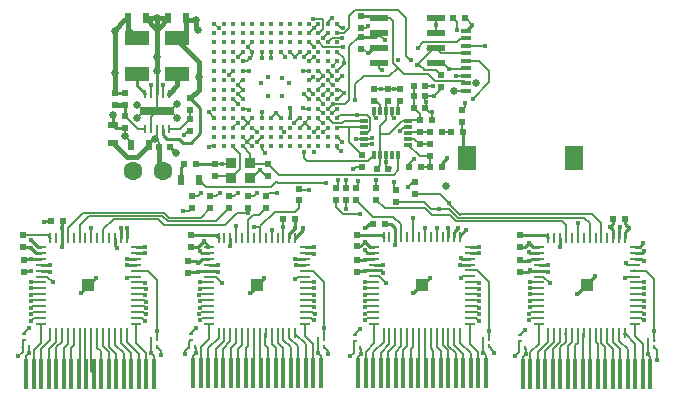
<source format=gtl>
G04 #@! TF.FileFunction,Copper,L1,Top,Signal*
%FSLAX45Y45*%
G04 Gerber Fmt 4.5, Leading zero omitted, Abs format (unit mm)*
G04 Created by KiCad (PCBNEW 0.201509251832+6217~30~ubuntu14.04.1-product) date Fri 30 Oct 2015 01:43:29 PM EDT*
%MOMM*%
G01*
G04 APERTURE LIST*
%ADD10C,0.127000*%
%ADD11R,0.599440X0.500380*%
%ADD12R,0.500380X0.599440*%
%ADD13R,0.599440X0.899160*%
%ADD14R,2.100580X1.249680*%
%ADD15R,0.269240X0.398780*%
%ADD16R,0.398780X0.269240*%
%ADD17R,0.330200X2.540000*%
%ADD18R,0.900000X0.250000*%
%ADD19R,0.250000X0.900000*%
%ADD20R,1.000000X1.000000*%
%ADD21C,1.600200*%
%ADD22C,0.406400*%
%ADD23R,1.550000X0.560000*%
%ADD24R,0.812800X0.330200*%
%ADD25R,1.500000X2.000000*%
%ADD26R,0.889000X0.812800*%
%ADD27R,0.899160X0.599440*%
%ADD28R,0.259080X0.800100*%
%ADD29R,2.999740X0.749300*%
%ADD30R,0.650000X0.350000*%
%ADD31R,0.350000X0.650000*%
%ADD32R,0.600000X0.900000*%
%ADD33C,0.635000*%
%ADD34C,0.254000*%
%ADD35C,0.203200*%
%ADD36C,0.381000*%
G04 APERTURE END LIST*
D10*
D11*
X15733776Y-9932924D03*
X15733776Y-10033000D03*
X12945872Y-9929622D03*
X12945872Y-10029698D03*
X15734538Y-10143236D03*
X15734538Y-10243312D03*
D12*
X16619474Y-9797288D03*
X16519398Y-9797288D03*
D11*
X12922758Y-10150094D03*
X12922758Y-10250170D03*
D12*
X13826744Y-9794240D03*
X13726668Y-9794240D03*
D11*
X14349222Y-9926828D03*
X14349222Y-10026904D03*
X11524996Y-9933432D03*
X11524996Y-10033508D03*
X11527536Y-10139172D03*
X11527536Y-10239248D03*
X14354302Y-10140442D03*
X14354302Y-10240518D03*
D12*
X14586712Y-9835134D03*
X14486636Y-9835134D03*
X11863070Y-9807194D03*
X11762994Y-9807194D03*
D11*
X13148310Y-9328912D03*
X13148310Y-9428988D03*
X13599160Y-9431528D03*
X13599160Y-9331452D03*
X12301982Y-8725916D03*
X12301982Y-8825992D03*
D13*
X12411202Y-8093964D03*
X12561062Y-8093964D03*
X12901930Y-8093964D03*
X12752070Y-8093964D03*
D11*
X14496288Y-8792718D03*
X14496288Y-8692642D03*
D12*
X14616430Y-9367774D03*
X14516354Y-9367774D03*
X14981428Y-8957310D03*
X14881352Y-8957310D03*
D11*
X14613890Y-8691372D03*
X14613890Y-8791448D03*
D12*
X14929866Y-8857488D03*
X14829790Y-8857488D03*
X14892528Y-9351010D03*
X14792452Y-9351010D03*
X14929866Y-8751316D03*
X14829790Y-8751316D03*
X15160752Y-8093710D03*
X15260828Y-8093710D03*
X14970252Y-9351010D03*
X15070328Y-9351010D03*
X15148052Y-9058910D03*
X15248128Y-9058910D03*
D11*
X15236190Y-8969248D03*
X15236190Y-8869172D03*
D14*
X12485370Y-8259572D03*
X12485370Y-8564372D03*
X12829032Y-8259572D03*
X12829032Y-8564372D03*
D11*
X14880590Y-9059672D03*
X14880590Y-9159748D03*
D12*
X15070328Y-9058910D03*
X14970252Y-9058910D03*
D11*
X14969490Y-9261348D03*
X14969490Y-9161272D03*
D12*
X14929866Y-8664448D03*
X14829790Y-8664448D03*
D15*
X16867378Y-10816844D03*
X16817594Y-10816844D03*
X14071346Y-10809986D03*
X14021562Y-10809986D03*
X16867378Y-10881614D03*
X16817594Y-10881614D03*
X14071346Y-10874756D03*
X14021562Y-10874756D03*
X15722854Y-10889234D03*
X15772638Y-10889234D03*
X12930632Y-10874756D03*
X12980416Y-10874756D03*
D16*
X15729966Y-10830306D03*
X15729966Y-10780522D03*
X12947904Y-10815828D03*
X12947904Y-10766044D03*
D15*
X15466822Y-10808716D03*
X15417038Y-10808716D03*
X12654534Y-10810494D03*
X12604750Y-10810494D03*
X15466822Y-10873486D03*
X15417038Y-10873486D03*
X12654534Y-10876534D03*
X12604750Y-10876534D03*
X14327378Y-10883646D03*
X14377162Y-10883646D03*
X11520170Y-10873994D03*
X11569954Y-10873994D03*
D16*
X14333220Y-10824718D03*
X14333220Y-10774934D03*
X11527282Y-10815066D03*
X11527282Y-10765282D03*
D11*
X14390370Y-9352788D03*
X14390370Y-9252712D03*
X12387834Y-8924544D03*
X12387834Y-9024620D03*
X12387326Y-8725916D03*
X12387326Y-8825992D03*
X12940030Y-8873744D03*
X12940030Y-8773668D03*
X12940030Y-9049004D03*
X12940030Y-8948928D03*
X14715490Y-8791448D03*
X14715490Y-8691372D03*
X15059660Y-8573770D03*
X15059660Y-8673846D03*
X14382750Y-8353552D03*
X14382750Y-8253476D03*
X14382242Y-8177784D03*
X14382242Y-8077708D03*
D12*
X12987528Y-9325610D03*
X12887452Y-9325610D03*
D17*
X16834866Y-11102594D03*
X16771366Y-11102594D03*
X16707866Y-11102594D03*
X16644366Y-11102594D03*
X16580866Y-11102594D03*
X16517366Y-11102594D03*
X16453866Y-11102594D03*
X16390366Y-11102594D03*
X16326866Y-11102594D03*
X16263366Y-11102594D03*
X16199866Y-11102594D03*
X16136366Y-11102594D03*
X16072866Y-11102594D03*
X16009366Y-11102594D03*
X15945866Y-11102594D03*
X15882366Y-11102594D03*
X15818866Y-11102594D03*
X15755366Y-11102594D03*
X14042644Y-11102086D03*
X13979144Y-11102086D03*
X13915644Y-11102086D03*
X13852144Y-11102086D03*
X13788644Y-11102086D03*
X13725144Y-11102086D03*
X13661644Y-11102086D03*
X13598144Y-11102086D03*
X13534644Y-11102086D03*
X13471144Y-11102086D03*
X13407644Y-11102086D03*
X13344144Y-11102086D03*
X13280644Y-11102086D03*
X13217144Y-11102086D03*
X13153644Y-11102086D03*
X13090144Y-11102086D03*
X13026644Y-11102086D03*
X12963144Y-11102086D03*
D18*
X15890116Y-10332104D03*
X15890116Y-10382104D03*
X15890116Y-10432104D03*
X15890116Y-10482104D03*
X15890116Y-10532104D03*
X15890116Y-10582104D03*
X15890116Y-10632104D03*
X15890116Y-10682104D03*
X15890116Y-10282104D03*
X15890116Y-10232104D03*
X15890116Y-10182104D03*
X15890116Y-10132104D03*
X15890116Y-10082104D03*
X15890116Y-10032104D03*
X16700116Y-10382104D03*
X16700116Y-10432104D03*
X16700116Y-10482104D03*
X16700116Y-10532104D03*
X16700116Y-10582104D03*
X16700116Y-10632104D03*
X16700116Y-10682104D03*
X16700116Y-10332104D03*
X16700116Y-10282104D03*
X16700116Y-10232104D03*
X16700116Y-10182104D03*
X16700116Y-10132104D03*
X16700116Y-10082104D03*
X16700116Y-10032104D03*
D19*
X16270116Y-10762104D03*
X16220116Y-10762104D03*
X16170116Y-10762104D03*
X16120116Y-10762104D03*
X16070116Y-10762104D03*
X16020116Y-10762104D03*
X15970116Y-10762104D03*
X16320116Y-10762104D03*
X16370116Y-10762104D03*
X16420116Y-10762104D03*
X16470116Y-10762104D03*
X16520116Y-10762104D03*
X16570116Y-10762104D03*
X16620116Y-10762104D03*
X16620116Y-9952104D03*
X16570116Y-9952104D03*
X16520116Y-9952104D03*
X16470116Y-9952104D03*
X16420116Y-9952104D03*
X16370116Y-9952104D03*
X16320116Y-9952104D03*
X16270116Y-9952104D03*
X16220116Y-9952104D03*
X16170116Y-9952104D03*
X16120116Y-9952104D03*
X16070116Y-9952104D03*
X16020116Y-9952104D03*
X15970116Y-9952104D03*
D20*
X16295116Y-10357104D03*
D18*
X13097894Y-10331596D03*
X13097894Y-10381596D03*
X13097894Y-10431596D03*
X13097894Y-10481596D03*
X13097894Y-10531596D03*
X13097894Y-10581596D03*
X13097894Y-10631596D03*
X13097894Y-10681596D03*
X13097894Y-10281596D03*
X13097894Y-10231596D03*
X13097894Y-10181596D03*
X13097894Y-10131596D03*
X13097894Y-10081596D03*
X13097894Y-10031596D03*
X13907894Y-10381596D03*
X13907894Y-10431596D03*
X13907894Y-10481596D03*
X13907894Y-10531596D03*
X13907894Y-10581596D03*
X13907894Y-10631596D03*
X13907894Y-10681596D03*
X13907894Y-10331596D03*
X13907894Y-10281596D03*
X13907894Y-10231596D03*
X13907894Y-10181596D03*
X13907894Y-10131596D03*
X13907894Y-10081596D03*
X13907894Y-10031596D03*
D19*
X13477894Y-10761596D03*
X13427894Y-10761596D03*
X13377894Y-10761596D03*
X13327894Y-10761596D03*
X13277894Y-10761596D03*
X13227894Y-10761596D03*
X13177894Y-10761596D03*
X13527894Y-10761596D03*
X13577894Y-10761596D03*
X13627894Y-10761596D03*
X13677894Y-10761596D03*
X13727894Y-10761596D03*
X13777894Y-10761596D03*
X13827894Y-10761596D03*
X13827894Y-9951596D03*
X13777894Y-9951596D03*
X13727894Y-9951596D03*
X13677894Y-9951596D03*
X13627894Y-9951596D03*
X13577894Y-9951596D03*
X13527894Y-9951596D03*
X13477894Y-9951596D03*
X13427894Y-9951596D03*
X13377894Y-9951596D03*
X13327894Y-9951596D03*
X13277894Y-9951596D03*
X13227894Y-9951596D03*
X13177894Y-9951596D03*
D20*
X13502894Y-10356596D03*
D17*
X15439390Y-11100816D03*
X15375890Y-11100816D03*
X15312390Y-11100816D03*
X15248890Y-11100816D03*
X15185390Y-11100816D03*
X15121890Y-11100816D03*
X15058390Y-11100816D03*
X14994890Y-11100816D03*
X14931390Y-11100816D03*
X14867890Y-11100816D03*
X14804390Y-11100816D03*
X14740890Y-11100816D03*
X14677390Y-11100816D03*
X14613890Y-11100816D03*
X14550390Y-11100816D03*
X14486890Y-11100816D03*
X14423390Y-11100816D03*
X14359890Y-11100816D03*
X12628372Y-11102594D03*
X12564872Y-11102594D03*
X12501372Y-11102594D03*
X12437872Y-11102594D03*
X12374372Y-11102594D03*
X12310872Y-11102594D03*
X12247372Y-11102594D03*
X12183872Y-11102594D03*
X12120372Y-11102594D03*
X12056872Y-11102594D03*
X11993372Y-11102594D03*
X11929872Y-11102594D03*
X11866372Y-11102594D03*
X11802872Y-11102594D03*
X11739372Y-11102594D03*
X11675872Y-11102594D03*
X11612372Y-11102594D03*
X11548872Y-11102594D03*
D18*
X14494640Y-10330326D03*
X14494640Y-10380326D03*
X14494640Y-10430326D03*
X14494640Y-10480326D03*
X14494640Y-10530326D03*
X14494640Y-10580326D03*
X14494640Y-10630326D03*
X14494640Y-10680326D03*
X14494640Y-10280326D03*
X14494640Y-10230326D03*
X14494640Y-10180326D03*
X14494640Y-10130326D03*
X14494640Y-10080326D03*
X14494640Y-10030326D03*
X15304640Y-10380326D03*
X15304640Y-10430326D03*
X15304640Y-10480326D03*
X15304640Y-10530326D03*
X15304640Y-10580326D03*
X15304640Y-10630326D03*
X15304640Y-10680326D03*
X15304640Y-10330326D03*
X15304640Y-10280326D03*
X15304640Y-10230326D03*
X15304640Y-10180326D03*
X15304640Y-10130326D03*
X15304640Y-10080326D03*
X15304640Y-10030326D03*
D19*
X14874640Y-10760326D03*
X14824640Y-10760326D03*
X14774640Y-10760326D03*
X14724640Y-10760326D03*
X14674640Y-10760326D03*
X14624640Y-10760326D03*
X14574640Y-10760326D03*
X14924640Y-10760326D03*
X14974640Y-10760326D03*
X15024640Y-10760326D03*
X15074640Y-10760326D03*
X15124640Y-10760326D03*
X15174640Y-10760326D03*
X15224640Y-10760326D03*
X15224640Y-9950326D03*
X15174640Y-9950326D03*
X15124640Y-9950326D03*
X15074640Y-9950326D03*
X15024640Y-9950326D03*
X14974640Y-9950326D03*
X14924640Y-9950326D03*
X14874640Y-9950326D03*
X14824640Y-9950326D03*
X14774640Y-9950326D03*
X14724640Y-9950326D03*
X14674640Y-9950326D03*
X14624640Y-9950326D03*
X14574640Y-9950326D03*
D20*
X14899640Y-10355326D03*
D18*
X11670922Y-10332104D03*
X11670922Y-10382104D03*
X11670922Y-10432104D03*
X11670922Y-10482104D03*
X11670922Y-10532104D03*
X11670922Y-10582104D03*
X11670922Y-10632104D03*
X11670922Y-10682104D03*
X11670922Y-10282104D03*
X11670922Y-10232104D03*
X11670922Y-10182104D03*
X11670922Y-10132104D03*
X11670922Y-10082104D03*
X11670922Y-10032104D03*
X12480922Y-10382104D03*
X12480922Y-10432104D03*
X12480922Y-10482104D03*
X12480922Y-10532104D03*
X12480922Y-10582104D03*
X12480922Y-10632104D03*
X12480922Y-10682104D03*
X12480922Y-10332104D03*
X12480922Y-10282104D03*
X12480922Y-10232104D03*
X12480922Y-10182104D03*
X12480922Y-10132104D03*
X12480922Y-10082104D03*
X12480922Y-10032104D03*
D19*
X12050922Y-10762104D03*
X12000922Y-10762104D03*
X11950922Y-10762104D03*
X11900922Y-10762104D03*
X11850922Y-10762104D03*
X11800922Y-10762104D03*
X11750922Y-10762104D03*
X12100922Y-10762104D03*
X12150922Y-10762104D03*
X12200922Y-10762104D03*
X12250922Y-10762104D03*
X12300922Y-10762104D03*
X12350922Y-10762104D03*
X12400922Y-10762104D03*
X12400922Y-9952104D03*
X12350922Y-9952104D03*
X12300922Y-9952104D03*
X12250922Y-9952104D03*
X12200922Y-9952104D03*
X12150922Y-9952104D03*
X12100922Y-9952104D03*
X12050922Y-9952104D03*
X12000922Y-9952104D03*
X11950922Y-9952104D03*
X11900922Y-9952104D03*
X11850922Y-9952104D03*
X11800922Y-9952104D03*
X11750922Y-9952104D03*
D20*
X12075922Y-10357104D03*
D21*
X12456922Y-9391650D03*
X12710922Y-9391650D03*
D22*
X14183614Y-9179814D03*
X14103604Y-9179814D03*
X14023594Y-9179814D03*
X13943584Y-9179814D03*
X13863574Y-9179814D03*
X13783564Y-9179814D03*
X13703554Y-9179814D03*
X13623544Y-9179814D03*
X13543534Y-9179814D03*
X13463524Y-9179814D03*
X13383514Y-9179814D03*
X13303504Y-9179814D03*
X13223494Y-9179814D03*
X13143738Y-9179814D03*
X14183614Y-9099804D03*
X14103604Y-9099804D03*
X14023594Y-9099804D03*
X13943584Y-9099804D03*
X13863574Y-9099804D03*
X13783564Y-9099804D03*
X13703554Y-9099804D03*
X13623544Y-9099804D03*
X13543534Y-9099804D03*
X13463524Y-9099804D03*
X13383514Y-9099804D03*
X13303504Y-9099804D03*
X13223494Y-9099804D03*
X13143738Y-9099804D03*
X14183614Y-9019794D03*
X14103604Y-9019794D03*
X14023594Y-9019794D03*
X13943584Y-9019794D03*
X13863574Y-9019794D03*
X13783564Y-9019794D03*
X13703554Y-9019794D03*
X13623544Y-9019794D03*
X13543534Y-9019794D03*
X13463524Y-9019794D03*
X13383514Y-9019794D03*
X13303504Y-9019794D03*
X13223494Y-9019794D03*
X13143738Y-9019794D03*
X14183614Y-8939784D03*
X14103604Y-8939784D03*
X14023594Y-8939784D03*
X13943584Y-8939784D03*
X13863574Y-8939784D03*
X13783564Y-8939784D03*
X13703554Y-8939784D03*
X13623544Y-8939784D03*
X13543534Y-8939784D03*
X13463524Y-8939784D03*
X13383514Y-8939784D03*
X13303504Y-8939784D03*
X13223494Y-8939784D03*
X13143738Y-8939784D03*
X14183614Y-8859774D03*
X14103604Y-8859774D03*
X14023594Y-8859774D03*
X13943584Y-8859774D03*
X13383514Y-8859774D03*
X13303504Y-8859774D03*
X13223494Y-8859774D03*
X13143738Y-8859774D03*
X14183614Y-8779764D03*
X14103604Y-8779764D03*
X14023594Y-8779764D03*
X13943584Y-8779764D03*
X13383514Y-8779764D03*
X13303504Y-8779764D03*
X13223494Y-8779764D03*
X13143738Y-8779764D03*
X14183614Y-8699754D03*
X14103604Y-8699754D03*
X14023594Y-8699754D03*
X13943584Y-8699754D03*
X13383514Y-8699754D03*
X13303504Y-8699754D03*
X13223494Y-8699754D03*
X13143738Y-8699754D03*
X14183614Y-8619744D03*
X14103604Y-8619744D03*
X14023594Y-8619744D03*
X13943584Y-8619744D03*
X13383514Y-8619744D03*
X13303504Y-8619744D03*
X13223494Y-8619744D03*
X13143738Y-8619744D03*
X14183614Y-8539734D03*
X14103604Y-8539734D03*
X14023594Y-8539734D03*
X13943584Y-8539734D03*
X13383514Y-8539734D03*
X13303504Y-8539734D03*
X13223494Y-8539734D03*
X13143738Y-8539734D03*
X14183614Y-8459724D03*
X14103604Y-8459724D03*
X14023594Y-8459724D03*
X13943584Y-8459724D03*
X13383514Y-8459724D03*
X13303504Y-8459724D03*
X13223494Y-8459724D03*
X13143738Y-8459724D03*
X14183614Y-8379714D03*
X14103604Y-8379714D03*
X14023594Y-8379714D03*
X13943584Y-8379714D03*
X13863574Y-8379714D03*
X13783564Y-8379714D03*
X13703554Y-8379714D03*
X13623544Y-8379714D03*
X13543534Y-8379714D03*
X13463524Y-8379714D03*
X13383514Y-8379714D03*
X13303504Y-8379714D03*
X13223494Y-8379714D03*
X13143738Y-8379714D03*
X14183614Y-8299704D03*
X14103604Y-8299704D03*
X14023594Y-8299704D03*
X13943584Y-8299704D03*
X13863574Y-8299704D03*
X13783564Y-8299704D03*
X13703554Y-8299704D03*
X13623544Y-8299704D03*
X13543534Y-8299704D03*
X13463524Y-8299704D03*
X13383514Y-8299704D03*
X13303504Y-8299704D03*
X13223494Y-8299704D03*
X13143738Y-8299704D03*
X14183614Y-8219694D03*
X14103604Y-8219694D03*
X14023594Y-8219694D03*
X13943584Y-8219694D03*
X13863574Y-8219694D03*
X13783564Y-8219694D03*
X13703554Y-8219694D03*
X13623544Y-8219694D03*
X13543534Y-8219694D03*
X13463524Y-8219694D03*
X13383514Y-8219694D03*
X13303504Y-8219694D03*
X13223494Y-8219694D03*
X13143738Y-8219694D03*
X14183614Y-8139938D03*
X14103604Y-8139938D03*
X14023594Y-8139938D03*
X13943584Y-8139938D03*
X13863574Y-8139938D03*
X13783564Y-8139938D03*
X13703554Y-8139938D03*
X13623544Y-8139938D03*
X13543534Y-8139938D03*
X13463524Y-8139938D03*
X13383514Y-8139938D03*
X13303504Y-8139938D03*
X13223494Y-8139938D03*
X13143738Y-8139938D03*
D23*
X14539966Y-8092694D03*
X14539966Y-8219694D03*
X14539966Y-8346694D03*
X14539966Y-8473694D03*
X15014966Y-8473694D03*
X15014966Y-8346694D03*
X15014966Y-8219694D03*
X15014966Y-8092694D03*
D24*
X15271750Y-8708390D03*
X15271750Y-8644890D03*
X15271750Y-8581390D03*
X15271750Y-8517890D03*
X15271750Y-8454390D03*
X15271750Y-8390890D03*
X15271750Y-8327390D03*
X15271750Y-8263890D03*
X15271750Y-8200390D03*
D25*
X15284196Y-9275064D03*
X16184196Y-9275064D03*
D26*
X13282930Y-9448800D03*
X13448030Y-9448800D03*
X13448030Y-9321800D03*
X13282930Y-9321800D03*
D27*
X12287250Y-8999728D03*
X12287250Y-9149588D03*
D13*
X12439396Y-9169146D03*
X12589256Y-9169146D03*
D12*
X12670028Y-9184386D03*
X12770104Y-9184386D03*
D28*
X12558522Y-9033510D03*
X12608560Y-9033510D03*
X12658598Y-9033510D03*
X12708636Y-9033510D03*
X12758674Y-9033510D03*
X12758674Y-8733282D03*
X12708636Y-8733282D03*
X12658598Y-8733282D03*
X12608560Y-8733282D03*
X12558522Y-8733282D03*
D29*
X12658598Y-8883396D03*
D30*
X14408610Y-9063990D03*
X14408610Y-9013990D03*
X14408610Y-8963990D03*
X14408610Y-9113990D03*
X14408610Y-9163990D03*
D31*
X14596110Y-8876490D03*
X14646110Y-8876490D03*
X14696110Y-8876490D03*
X14546110Y-8876490D03*
X14496110Y-8876490D03*
X14596110Y-9251490D03*
X14646110Y-9251490D03*
X14696110Y-9251490D03*
X14546110Y-9251490D03*
X14496110Y-9251490D03*
D30*
X14783610Y-9063990D03*
X14783610Y-9013990D03*
X14783610Y-9113990D03*
X14783610Y-9163990D03*
X14783610Y-8963990D03*
D11*
X14840712Y-9479534D03*
X14840712Y-9579610D03*
X14676628Y-9547098D03*
X14676628Y-9647174D03*
X14258544Y-9529826D03*
X14258544Y-9629902D03*
X14513814Y-9530588D03*
X14513814Y-9630664D03*
X14173200Y-9529826D03*
X14173200Y-9629902D03*
X14343888Y-9529826D03*
X14343888Y-9629902D03*
X13423392Y-9601962D03*
X13423392Y-9702038D03*
X13861288Y-9537446D03*
X13861288Y-9637522D03*
X13582396Y-9601962D03*
X13582396Y-9702038D03*
X12950190Y-9601962D03*
X12950190Y-9702038D03*
X13268706Y-9603740D03*
X13268706Y-9703816D03*
X13109448Y-9601962D03*
X13109448Y-9702038D03*
D32*
X13012236Y-9467088D03*
X12862236Y-9467088D03*
D22*
X14595856Y-9315958D03*
X14831060Y-9289288D03*
X14659356Y-8937752D03*
X14696440Y-8452104D03*
X14563344Y-8535416D03*
X14553184Y-8692896D03*
X15433548Y-8327136D03*
X13444728Y-8431530D03*
X11589258Y-9973564D03*
X11590782Y-10037826D03*
X12692888Y-10948416D03*
X13005308Y-10246868D03*
X13725144Y-9861296D03*
X13051536Y-9981184D03*
X13017500Y-10069576D03*
X14106652Y-10939780D03*
X14418056Y-9986772D03*
X14417548Y-10060940D03*
X15114524Y-9275572D03*
X15124684Y-9872472D03*
X15807436Y-9998964D03*
X15805912Y-10071608D03*
X16886428Y-10986516D03*
X16495268Y-9861296D03*
X16780002Y-10154158D03*
X15191740Y-8584184D03*
D33*
X12658090Y-8426958D03*
X12657582Y-8173974D03*
X12659106Y-8539734D03*
D22*
X15968980Y-10243566D03*
X14572996Y-10248900D03*
X13177012Y-10244836D03*
X11749786Y-10239502D03*
X11593576Y-10233406D03*
X16216376Y-10433304D03*
D33*
X12829540Y-8823960D03*
D22*
X14514068Y-8941308D03*
X13901928Y-8735568D03*
X14930628Y-8806180D03*
X14988032Y-8886952D03*
X15002256Y-8753348D03*
X14664690Y-8690610D03*
X15193010Y-8197850D03*
X13423900Y-8341360D03*
X13342620Y-8656320D03*
D33*
X12488418Y-8941816D03*
X12830048Y-8941816D03*
D22*
X12886182Y-9085326D03*
X13206730Y-9328150D03*
X13096240Y-9182100D03*
X13528040Y-9382760D03*
X13421360Y-9141460D03*
X13423900Y-8981440D03*
D33*
X12388342Y-9090406D03*
X12658090Y-8092186D03*
X12817602Y-9234170D03*
D22*
X13983208Y-8419592D03*
X13982700Y-8338820D03*
X13822680Y-8420100D03*
X13624560Y-8432800D03*
X13597890Y-8589010D03*
X13534390Y-8639810D03*
X13597890Y-8754110D03*
X13342620Y-8740140D03*
X13906500Y-8978900D03*
X13712190Y-8601710D03*
X13712190Y-8754110D03*
X13978890Y-8589010D03*
X13775690Y-8639810D03*
X13180060Y-8178800D03*
X13662660Y-8900160D03*
D33*
X12488418Y-8826246D03*
D22*
X13575030Y-9231630D03*
X13985240Y-9230360D03*
X15968726Y-10184384D03*
X16627856Y-10170414D03*
X16367506Y-10275824D03*
X15776956Y-10938764D03*
X15507462Y-10929874D03*
X14827250Y-10421366D03*
X14382750Y-10936986D03*
X12009882Y-10421874D03*
X11571732Y-10927334D03*
X13440664Y-10420096D03*
X12986004Y-10930636D03*
X13175996Y-10185146D03*
X13829792Y-10187686D03*
X13566394Y-10291826D03*
X13829284Y-10131298D03*
X15812770Y-10230358D03*
X12139422Y-10292334D03*
X14965680Y-10294366D03*
X12402820Y-10185654D03*
X12402820Y-10132314D03*
X11748516Y-10184638D03*
X15226538Y-10182352D03*
X15227554Y-10127488D03*
X14572234Y-10185908D03*
X14416786Y-10237216D03*
X12321540Y-10043922D03*
X11703304Y-9817354D03*
X14419326Y-9869932D03*
X14717268Y-9047988D03*
X15261590Y-8811260D03*
D33*
X12284202Y-8916670D03*
D22*
X13744448Y-8420100D03*
X13279120Y-10021570D03*
X13001244Y-10167366D03*
X13823188Y-9872218D03*
X13895832Y-9873234D03*
X14415262Y-10142728D03*
X15208504Y-9870948D03*
X15268956Y-9884156D03*
X15806928Y-10153650D03*
X14443964Y-8158988D03*
X14989556Y-8665464D03*
X14229080Y-8173720D03*
X13343890Y-8423910D03*
X13267690Y-8576310D03*
D33*
X12297918Y-8199374D03*
D22*
X13342620Y-8821420D03*
X13342620Y-8978900D03*
X13736320Y-9057640D03*
X13820140Y-8978900D03*
X13982700Y-8181340D03*
X13889990Y-8538210D03*
X14211300Y-9222740D03*
X13980160Y-8735060D03*
X14443202Y-8391906D03*
X13502640Y-9138920D03*
X13545820Y-8892540D03*
X15018258Y-8155178D03*
X14319250Y-9371330D03*
X16651986Y-9869424D03*
X16577056Y-9863074D03*
X16778986Y-10067544D03*
X16775176Y-10001504D03*
X16069056Y-10029444D03*
X13986256Y-10030714D03*
X13989812Y-10087102D03*
X12558776Y-10031222D03*
X12402820Y-9874250D03*
X12351512Y-9874758D03*
X12558776Y-10080498D03*
X11851132Y-10030714D03*
X11591544Y-10132314D03*
X15383002Y-10078720D03*
X15382494Y-10027920D03*
X14674850Y-10016236D03*
X11850624Y-9871202D03*
D33*
X12299442Y-8554974D03*
X15103602Y-9511030D03*
D22*
X12609068Y-8658860D03*
X12710160Y-8658860D03*
D33*
X12642342Y-9114790D03*
D22*
X15326360Y-8150860D03*
D33*
X15173960Y-8709660D03*
X15358872Y-8642604D03*
D22*
X13780008Y-8856472D03*
X13543280Y-8430260D03*
D33*
X13014198Y-8593074D03*
D22*
X13889990Y-8855710D03*
X13902690Y-8423910D03*
X13432790Y-8868410D03*
X13432790Y-8538210D03*
D33*
X12988290Y-8106410D03*
X13000990Y-8195310D03*
D22*
X14090904Y-9485884D03*
X14226540Y-9141460D03*
X15774670Y-10736326D03*
X16867886Y-10745978D03*
X16810990Y-10941304D03*
X12986512Y-10719308D03*
X14072870Y-10720070D03*
X14019784Y-10928096D03*
X15690088Y-10950448D03*
X12892278Y-10940542D03*
X14377924Y-10726674D03*
X15468854Y-10741914D03*
X15416530Y-10926826D03*
X11569446Y-10720578D03*
X12656820Y-10744962D03*
X12605512Y-10929874D03*
X14290548Y-10957052D03*
X11484102Y-10954512D03*
X13095224Y-8887460D03*
X14857984Y-8490204D03*
X14347190Y-8914130D03*
X14585696Y-8282940D03*
X14476730Y-9163050D03*
X14144752Y-8819896D03*
X14334744Y-8785860D03*
X14061440Y-9058910D03*
X14226540Y-8260080D03*
X14810994Y-8450580D03*
X14865350Y-8343900D03*
X15328900Y-8779256D03*
X16777716Y-10651744D03*
X16780256Y-10595864D03*
X16780256Y-10541254D03*
X16780256Y-10486644D03*
X16777716Y-10432034D03*
X16778986Y-10378694D03*
X16778986Y-10325354D03*
X16620236Y-10291064D03*
X15981426Y-10338054D03*
X15812516Y-10325354D03*
X15811246Y-10378694D03*
X15813786Y-10432034D03*
X15812516Y-10486644D03*
X15812516Y-10542524D03*
X15807436Y-10595864D03*
X15806166Y-10653014D03*
X13986764Y-10653776D03*
X13990574Y-10600436D03*
X13989304Y-10543286D03*
X13988034Y-10488676D03*
X13986764Y-10435336D03*
X13986764Y-10380726D03*
X13984224Y-10326116D03*
X13829284Y-10299446D03*
X13204444Y-10333228D03*
X13020294Y-10329926D03*
X13019024Y-10383266D03*
X13016484Y-10436606D03*
X13019024Y-10489946D03*
X13019024Y-10544556D03*
X13016484Y-10597896D03*
X13019024Y-10652506D03*
X14777974Y-9521952D03*
X14066520Y-8581136D03*
X14661642Y-9485376D03*
X14237716Y-8473440D03*
X14225524Y-8587232D03*
X14260576Y-9463532D03*
X14144244Y-8498840D03*
X14511528Y-9460484D03*
X14063472Y-8740648D03*
X14142720Y-8900160D03*
X13502640Y-9576308D03*
X14236192Y-8728964D03*
X13946886Y-9547860D03*
X14141704Y-8739124D03*
X13677138Y-9575292D03*
X14062964Y-8657844D03*
X13029692Y-9572752D03*
X15382240Y-10656316D03*
X15382240Y-10600436D03*
X15382240Y-10545826D03*
X15380970Y-10492486D03*
X15382240Y-10439146D03*
X15383510Y-10385806D03*
X15383510Y-10332466D03*
X15227300Y-10293096D03*
X14592300Y-10334752D03*
X14415770Y-10328656D03*
X14415770Y-10381996D03*
X14414500Y-10435336D03*
X14417040Y-10488676D03*
X14417040Y-10542016D03*
X14417040Y-10595356D03*
X14415770Y-10649966D03*
X12558522Y-10656824D03*
X12559792Y-10600944D03*
X12561062Y-10547604D03*
X12559792Y-10492994D03*
X12558522Y-10439654D03*
X12559792Y-10386314D03*
X12558522Y-10332974D03*
X12402312Y-10294874D03*
X11773916Y-10329164D03*
X11592052Y-10329164D03*
X11593322Y-10382504D03*
X11593322Y-10435844D03*
X11593322Y-10489184D03*
X11589512Y-10543794D03*
X11592052Y-10598404D03*
X11592052Y-10655554D03*
X14143736Y-8658352D03*
X14189456Y-9464040D03*
X14142212Y-8581136D03*
X14357604Y-9471152D03*
X14064488Y-8901176D03*
X13343128Y-9572752D03*
X14062710Y-8817610D03*
X13189458Y-9571482D03*
X13902690Y-9224010D03*
X13983970Y-9061450D03*
X13503402Y-9060688D03*
X14476730Y-9104630D03*
X15127224Y-8522716D03*
X14342110Y-9117330D03*
X14062710Y-8982710D03*
X14229080Y-8340090D03*
X14062710Y-8262620D03*
X13981430Y-8097520D03*
X14137640Y-8093710D03*
X15025116Y-9872472D03*
X15132558Y-9662160D03*
X14925294Y-9871710D03*
X15047214Y-9711690D03*
X14259052Y-9712452D03*
X16225520Y-9826752D03*
X14371828Y-9752584D03*
X14824710Y-9782556D03*
X13628370Y-9885426D03*
X13424154Y-9747504D03*
X12097512Y-9872472D03*
X13476224Y-9859772D03*
X13328142Y-9852660D03*
X12873990Y-9726168D03*
D34*
X15968716Y-9950704D02*
X15970116Y-9952104D01*
X15950936Y-9932924D02*
X15970116Y-9952104D01*
X15733776Y-9932924D02*
X15950936Y-9932924D01*
D10*
X14596110Y-9251490D02*
X14596110Y-9315704D01*
X14596110Y-9315704D02*
X14595856Y-9315958D01*
X14595856Y-9315958D02*
X14595856Y-9347200D01*
X14616430Y-9367774D02*
X14595856Y-9347200D01*
X14792452Y-9327896D02*
X14831060Y-9289288D01*
X14792452Y-9351010D02*
X14792452Y-9327896D01*
X14646110Y-8924506D02*
X14659356Y-8937752D01*
X14646110Y-8924506D02*
X14646110Y-8876490D01*
X14539966Y-8512038D02*
X14563344Y-8535416D01*
X14539966Y-8512038D02*
X14539966Y-8473694D01*
X14612366Y-8692896D02*
X14553184Y-8692896D01*
X14552930Y-8692642D02*
X14553184Y-8692896D01*
X14552930Y-8692642D02*
X14496288Y-8692642D01*
X14612366Y-8692896D02*
X14613890Y-8691372D01*
X15433548Y-8327136D02*
X15271750Y-8327390D01*
X13444728Y-8431530D02*
X13463524Y-8412734D01*
X13416534Y-8459724D02*
X13444728Y-8431530D01*
X13383514Y-8459724D02*
X13416534Y-8459724D01*
X13463524Y-8412734D02*
X13463524Y-8379714D01*
D34*
X11589258Y-9973564D02*
X11647798Y-10032104D01*
X11524996Y-10033508D02*
X11586464Y-10033508D01*
X11590782Y-10037826D02*
X11635060Y-10082104D01*
X11586464Y-10033508D02*
X11590782Y-10037826D01*
X11670922Y-10032104D02*
X11647798Y-10032104D01*
X11670922Y-10082104D02*
X11635060Y-10082104D01*
D10*
X12654534Y-10876534D02*
X12692888Y-10914888D01*
X12692888Y-10914888D02*
X12692888Y-10948416D01*
D34*
X13005308Y-10246868D02*
X13020580Y-10231596D01*
X12926060Y-10246868D02*
X13005308Y-10246868D01*
X13020580Y-10231596D02*
X13097894Y-10231596D01*
X12922758Y-10250170D02*
X12926060Y-10246868D01*
D35*
X13725144Y-9795764D02*
X13725144Y-9861296D01*
X13727894Y-9864046D02*
X13725144Y-9861296D01*
X13727894Y-9864046D02*
X13727894Y-9951596D01*
X13725144Y-9795764D02*
X13726668Y-9794240D01*
D34*
X13029520Y-10081596D02*
X13017500Y-10069576D01*
X13097894Y-10081596D02*
X13029520Y-10081596D01*
X12945872Y-10029698D02*
X13003022Y-10029698D01*
X13051536Y-9981184D02*
X13097894Y-10027542D01*
X13003022Y-10029698D02*
X13051536Y-9981184D01*
X13097894Y-10031596D02*
X13097894Y-10027542D01*
X13097894Y-10031596D02*
X13068928Y-10031596D01*
D10*
X14106652Y-10939780D02*
X14106652Y-10910062D01*
X14106652Y-10910062D02*
X14071346Y-10874756D01*
D34*
X14436934Y-10080326D02*
X14417548Y-10060940D01*
X14494640Y-10080326D02*
X14436934Y-10080326D01*
X14349222Y-10026904D02*
X14377924Y-10026904D01*
X14377924Y-10026904D02*
X14418056Y-9986772D01*
X14494640Y-10030326D02*
X14461610Y-10030326D01*
X14461610Y-10030326D02*
X14418056Y-9986772D01*
X15070328Y-9319768D02*
X15114524Y-9275572D01*
X15070328Y-9319768D02*
X15070328Y-9351010D01*
X15124640Y-9872516D02*
X15124684Y-9872472D01*
X15124640Y-9872516D02*
X15124640Y-9950326D01*
X15816408Y-10082104D02*
X15805912Y-10071608D01*
X15890116Y-10082104D02*
X15816408Y-10082104D01*
X15807436Y-9998964D02*
X15840576Y-10032104D01*
X15773400Y-10033000D02*
X15807436Y-9998964D01*
X15733776Y-10033000D02*
X15773400Y-10033000D01*
X15840576Y-10032104D02*
X15890116Y-10032104D01*
D10*
X16886428Y-10986516D02*
X16886428Y-10900664D01*
X16886428Y-10900664D02*
X16867378Y-10881614D01*
X15755366Y-10960354D02*
X15755366Y-11102594D01*
X15755366Y-10960354D02*
X15776956Y-10938764D01*
D34*
X16757948Y-10132104D02*
X16780002Y-10154158D01*
X16757948Y-10132104D02*
X16700116Y-10132104D01*
X16519398Y-9797288D02*
X16519398Y-9837166D01*
X16519398Y-9837166D02*
X16495268Y-9861296D01*
X16520116Y-9886144D02*
X16495268Y-9861296D01*
X16520116Y-9886144D02*
X16520116Y-9952104D01*
D10*
X15194534Y-8581390D02*
X15191740Y-8584184D01*
X15194534Y-8581390D02*
X15271750Y-8581390D01*
D36*
X12659106Y-8539734D02*
X12659106Y-8427974D01*
X12657582Y-8173974D02*
X12657582Y-8426450D01*
X12658090Y-8426958D02*
X12657582Y-8426450D01*
D34*
X12658598Y-8540242D02*
X12659106Y-8539734D01*
X12658598Y-8540242D02*
X12658598Y-8733282D01*
D36*
X12659106Y-8427974D02*
X12658090Y-8426958D01*
D34*
X15957518Y-10232104D02*
X15968980Y-10243566D01*
X15957518Y-10232104D02*
X15890116Y-10232104D01*
X14554422Y-10230326D02*
X14572996Y-10248900D01*
X14494640Y-10230326D02*
X14554422Y-10230326D01*
X13097894Y-10231596D02*
X13163772Y-10231596D01*
X13163772Y-10231596D02*
X13177012Y-10244836D01*
X11742388Y-10232104D02*
X11749786Y-10239502D01*
X11670922Y-10232104D02*
X11742388Y-10232104D01*
X11533378Y-10233406D02*
X11593576Y-10233406D01*
D35*
X13710920Y-9809988D02*
X13726668Y-9794240D01*
D34*
X16292576Y-10357104D02*
X16216376Y-10433304D01*
X16295116Y-10357104D02*
X16292576Y-10357104D01*
X16295116Y-10357104D02*
X16295116Y-10348214D01*
D35*
X12658598Y-8883396D02*
X12770104Y-8883396D01*
X12770104Y-8883396D02*
X12829540Y-8823960D01*
D36*
X12657582Y-8173974D02*
X12641072Y-8173974D01*
X12641072Y-8173974D02*
X12561062Y-8093964D01*
X12657582Y-8173974D02*
X12672060Y-8173974D01*
X12672060Y-8173974D02*
X12752070Y-8093964D01*
D10*
X14496110Y-8923350D02*
X14496110Y-8876490D01*
X14496110Y-8923350D02*
X14514068Y-8941308D01*
X13901928Y-8735568D02*
X13943584Y-8777224D01*
X13943584Y-8779764D02*
X13943584Y-8777224D01*
X14929866Y-8857488D02*
X14959330Y-8886952D01*
X14988032Y-8886952D02*
X14988032Y-8950706D01*
X14959330Y-8886952D02*
X14988032Y-8886952D01*
X14981428Y-8957310D02*
X14988032Y-8950706D01*
X15059660Y-8673846D02*
X15059660Y-8695944D01*
X15059660Y-8695944D02*
X15002256Y-8753348D01*
X14929866Y-8751316D02*
X15000224Y-8751316D01*
X15000224Y-8751316D02*
X15002256Y-8753348D01*
X14930628Y-8856726D02*
X14930628Y-8806180D01*
X14929866Y-8805418D02*
X14930628Y-8806180D01*
X14929866Y-8805418D02*
X14929866Y-8751316D01*
X14930628Y-8856726D02*
X14929866Y-8857488D01*
X14612366Y-8692896D02*
X14613890Y-8691372D01*
X14614652Y-8690610D02*
X14664690Y-8690610D01*
X14664690Y-8690610D02*
X14665452Y-8691372D01*
X14665452Y-8691372D02*
X14715490Y-8691372D01*
X15160752Y-8093710D02*
X15193010Y-8125968D01*
X15193010Y-8125968D02*
X15193010Y-8197850D01*
X13383514Y-8939784D02*
X13384784Y-8939784D01*
X13383514Y-8619744D02*
X13394944Y-8619744D01*
X13383514Y-9099804D02*
X13383514Y-9101074D01*
X13463524Y-9099804D02*
X13463524Y-9101836D01*
X13463524Y-9179814D02*
X13462254Y-9179814D01*
X13383514Y-9019794D02*
X13383514Y-9011666D01*
X13463524Y-8939784D02*
X13455396Y-8939784D01*
X13383514Y-8699754D02*
X13383514Y-8697214D01*
X13383514Y-8779764D02*
X13379704Y-8779764D01*
X13463524Y-8379714D02*
X13463524Y-8383016D01*
X13783564Y-8379714D02*
X13783564Y-8386064D01*
X13863574Y-8379714D02*
X13863574Y-8384286D01*
X13623544Y-8939784D02*
X13625576Y-8939784D01*
X13703554Y-8939784D02*
X13699744Y-8939784D01*
X13943584Y-8939784D02*
X13943076Y-8939784D01*
X13943584Y-9019794D02*
X13943584Y-9018524D01*
X13863574Y-9019794D02*
X13863574Y-9019286D01*
X13383514Y-8459724D02*
X13384276Y-8459724D01*
X13383514Y-8459724D02*
X13389356Y-8459724D01*
X13463524Y-8299704D02*
X13460476Y-8299704D01*
X13383514Y-8459724D02*
X13383514Y-8457946D01*
X13462254Y-8379714D02*
X13423900Y-8341360D01*
X13463524Y-8379714D02*
X13462254Y-8379714D01*
X13423900Y-8339328D02*
X13463524Y-8299704D01*
X13423900Y-8341360D02*
X13423900Y-8339328D01*
X13383514Y-8619744D02*
X13379196Y-8619744D01*
X13342620Y-8658860D02*
X13383514Y-8699754D01*
X13379196Y-8619744D02*
X13342620Y-8656320D01*
X13342620Y-8656320D02*
X13342620Y-8658860D01*
X13383514Y-8699754D02*
X13380466Y-8699754D01*
X13383514Y-8699754D02*
X13383006Y-8699754D01*
X13343890Y-8740140D02*
X13383514Y-8779764D01*
X13383006Y-8699754D02*
X13342620Y-8740140D01*
X13342620Y-8740140D02*
X13343890Y-8740140D01*
X13143738Y-8139938D02*
X13143738Y-8142478D01*
X13383514Y-8939784D02*
X13383514Y-8941054D01*
X13383514Y-8941054D02*
X13423900Y-8981440D01*
X13463524Y-8941816D02*
X13423900Y-8981440D01*
X13463524Y-8939784D02*
X13463524Y-8941816D01*
X13385546Y-9019794D02*
X13423900Y-8981440D01*
X13383514Y-9019794D02*
X13385546Y-9019794D01*
X13383514Y-9099804D02*
X13383514Y-9103614D01*
X13383514Y-9103614D02*
X13421360Y-9141460D01*
X13463016Y-9099804D02*
X13421360Y-9141460D01*
X13463524Y-9099804D02*
X13463016Y-9099804D01*
X13459714Y-9179814D02*
X13421360Y-9141460D01*
X13463524Y-9179814D02*
X13459714Y-9179814D01*
X13623544Y-8939784D02*
X13623544Y-8939276D01*
X13663930Y-8900160D02*
X13703554Y-8939784D01*
X13623544Y-8939276D02*
X13662660Y-8900160D01*
X13662660Y-8900160D02*
X13663930Y-8900160D01*
X13863574Y-9019794D02*
X13865606Y-9019794D01*
X13865606Y-9019794D02*
X13906500Y-8978900D01*
X13943584Y-8941816D02*
X13906500Y-8978900D01*
X13943584Y-8939784D02*
X13943584Y-8941816D01*
X13943584Y-9015984D02*
X13906500Y-8978900D01*
X13943584Y-9019794D02*
X13943584Y-9015984D01*
X13783564Y-8379714D02*
X13783564Y-8380984D01*
X13783564Y-8380984D02*
X13822680Y-8420100D01*
X13823188Y-8420100D02*
X13863574Y-8379714D01*
X13822680Y-8420100D02*
X13823188Y-8420100D01*
X13943584Y-8459724D02*
X13945616Y-8459724D01*
X13448030Y-9448800D02*
X13463270Y-9448800D01*
X13462000Y-9448800D02*
X13528040Y-9382760D01*
X13448030Y-9448800D02*
X13462000Y-9448800D01*
X13576808Y-9431528D02*
X13528040Y-9382760D01*
X13599160Y-9431528D02*
X13576808Y-9431528D01*
X13276580Y-9328150D02*
X13282930Y-9321800D01*
X13205968Y-9328912D02*
X13148310Y-9328912D01*
X13205968Y-9328912D02*
X13206730Y-9328150D01*
X13276580Y-9328150D02*
X13206730Y-9328150D01*
X12608560Y-8933434D02*
X12658598Y-8883396D01*
X12608560Y-9033510D02*
X12608560Y-8933434D01*
X12658598Y-8733282D02*
X12658598Y-8883396D01*
X12658598Y-8883396D02*
X12766548Y-8883396D01*
X12658598Y-8883396D02*
X12772898Y-8883396D01*
X12658598Y-8883396D02*
X12771628Y-8883396D01*
X12658598Y-8883396D02*
X12545568Y-8883396D01*
X12658598Y-8883396D02*
X12546838Y-8883396D01*
X12488418Y-8941816D02*
X12546838Y-8883396D01*
X12830048Y-8941816D02*
X12771628Y-8883396D01*
D35*
X12940030Y-9049004D02*
X12934188Y-9054846D01*
X12940030Y-9049004D02*
X12922504Y-9049004D01*
X12886182Y-9085326D02*
X12922504Y-9049004D01*
D10*
X13098526Y-9179814D02*
X13143738Y-9179814D01*
X13098526Y-9179814D02*
X13096240Y-9182100D01*
D35*
X12387834Y-9089898D02*
X12388342Y-9090406D01*
X12387834Y-9024620D02*
X12387834Y-9089898D01*
X12439396Y-9141460D02*
X12388342Y-9090406D01*
X12439396Y-9169146D02*
X12439396Y-9141460D01*
D34*
X12287250Y-8999728D02*
X12284202Y-8996680D01*
X12658598Y-8733282D02*
X12658090Y-8732774D01*
D36*
X12578588Y-8092186D02*
X12658090Y-8092186D01*
X12559284Y-8111490D02*
X12578588Y-8092186D01*
X12731496Y-8092186D02*
X12658090Y-8092186D01*
X12750800Y-8111490D02*
X12731496Y-8092186D01*
X12658090Y-8173466D02*
X12658090Y-8092186D01*
X12657582Y-8173974D02*
X12658090Y-8173466D01*
D34*
X12817602Y-9231884D02*
X12817602Y-9234170D01*
X12770104Y-9184386D02*
X12817602Y-9231884D01*
D10*
X13983208Y-8419592D02*
X13945616Y-8459724D01*
X13982700Y-8338820D02*
X13943584Y-8299704D01*
X13623544Y-8431784D02*
X13623544Y-8379714D01*
X13623544Y-8431784D02*
X13624560Y-8432800D01*
X13943584Y-8619744D02*
X13948156Y-8619744D01*
X13948156Y-8619744D02*
X13978890Y-8589010D01*
D34*
X12312142Y-9024620D02*
X12287250Y-8999728D01*
X12387834Y-9024620D02*
X12312142Y-9024620D01*
D10*
X13180060Y-8178800D02*
X13143738Y-8142478D01*
X12488418Y-8826246D02*
X12545568Y-8883396D01*
D34*
X13145008Y-9325610D02*
X13148310Y-9328912D01*
X12987528Y-9325610D02*
X13145008Y-9325610D01*
D10*
X13543534Y-9179814D02*
X13543534Y-9200134D01*
X13543534Y-9200134D02*
X13575030Y-9231630D01*
X14635988Y-9358630D02*
X14635988Y-9352788D01*
X14613890Y-8691372D02*
X14614652Y-8690610D01*
D35*
X15070328Y-9351010D02*
X15071090Y-9350248D01*
X15236190Y-8869172D02*
X15223490Y-8856472D01*
D34*
X15966446Y-10182104D02*
X15890116Y-10182104D01*
X15966446Y-10182104D02*
X15968726Y-10184384D01*
D10*
X15775178Y-10936986D02*
X15776956Y-10938764D01*
X16871696Y-10885932D02*
X16867378Y-10881614D01*
X16639546Y-10182104D02*
X16700116Y-10182104D01*
X16639546Y-10182104D02*
X16627856Y-10170414D01*
D34*
X16295116Y-10348214D02*
X16367506Y-10275824D01*
D10*
X14076934Y-10880344D02*
X14071346Y-10874756D01*
X15776956Y-10893552D02*
X15772638Y-10889234D01*
X15776956Y-10938764D02*
X15776956Y-10893552D01*
X12986004Y-10880344D02*
X12980416Y-10874756D01*
X12963144Y-10953496D02*
X12986004Y-10930636D01*
X12963144Y-10953496D02*
X12963144Y-11102086D01*
X12986004Y-10880344D02*
X12986004Y-10930636D01*
X11571732Y-10875772D02*
X11569954Y-10873994D01*
X11548872Y-10954004D02*
X11548872Y-11102594D01*
X11571732Y-10931144D02*
X11571732Y-10927334D01*
X11548872Y-10954004D02*
X11571732Y-10931144D01*
X11571732Y-10875772D02*
X11571732Y-10927334D01*
X12661392Y-10883392D02*
X12654534Y-10876534D01*
X14382750Y-10889234D02*
X14377162Y-10883646D01*
X14359890Y-10959846D02*
X14359890Y-11100816D01*
X14359890Y-10959846D02*
X14382750Y-10936986D01*
X14382750Y-10889234D02*
X14382750Y-10936986D01*
X15472410Y-10879074D02*
X15466822Y-10873486D01*
X15472410Y-10879074D02*
X15507462Y-10929874D01*
D34*
X14899640Y-10355326D02*
X14893290Y-10355326D01*
X14899640Y-10355326D02*
X14904720Y-10355326D01*
X14827250Y-10421366D02*
X14893290Y-10355326D01*
X12075922Y-10357104D02*
X12074652Y-10357104D01*
X12075922Y-10357104D02*
X12075922Y-10355834D01*
X12009882Y-10421874D02*
X12074652Y-10357104D01*
X13502894Y-10356596D02*
X13502894Y-10357866D01*
X13502894Y-10356596D02*
X13502894Y-10355326D01*
X13440664Y-10420096D02*
X13502894Y-10357866D01*
X13172446Y-10181596D02*
X13097894Y-10181596D01*
X13172446Y-10181596D02*
X13175996Y-10185146D01*
X13727894Y-9811214D02*
X13722858Y-9806178D01*
X13835882Y-10181596D02*
X13907894Y-10181596D01*
X13835882Y-10181596D02*
X13829792Y-10187686D01*
X13502894Y-10355326D02*
X13566394Y-10291826D01*
X13829582Y-10131596D02*
X13907894Y-10131596D01*
X13829582Y-10131596D02*
X13829284Y-10131298D01*
X15814516Y-10232104D02*
X15890116Y-10232104D01*
X15814516Y-10232104D02*
X15812770Y-10230358D01*
X15799816Y-10243312D02*
X15812770Y-10230358D01*
X15734538Y-10243312D02*
X15799816Y-10243312D01*
X12139422Y-10292334D02*
X12075922Y-10355834D01*
X14965680Y-10294366D02*
X14904720Y-10355326D01*
X12406370Y-10182104D02*
X12402820Y-10185654D01*
X12406370Y-10182104D02*
X12480922Y-10182104D01*
X12403030Y-10132104D02*
X12402820Y-10132314D01*
X12480922Y-10132104D02*
X12403030Y-10132104D01*
X11527536Y-10239248D02*
X11533378Y-10233406D01*
X11745982Y-10182104D02*
X11748516Y-10184638D01*
X11745982Y-10182104D02*
X11670922Y-10182104D01*
X15228564Y-10180326D02*
X15304640Y-10180326D01*
X15228564Y-10180326D02*
X15226538Y-10182352D01*
X15230392Y-10130326D02*
X15304640Y-10130326D01*
X15230392Y-10130326D02*
X15227554Y-10127488D01*
X14566652Y-10180326D02*
X14494640Y-10180326D01*
X14566652Y-10180326D02*
X14572234Y-10185908D01*
X14423676Y-10230326D02*
X14494640Y-10230326D01*
X14423676Y-10230326D02*
X14416786Y-10237216D01*
X14357604Y-10237216D02*
X14416786Y-10237216D01*
X14354302Y-10240518D02*
X14357604Y-10237216D01*
X12300922Y-9952104D02*
X12300922Y-10023304D01*
X12300922Y-10023304D02*
X12321540Y-10043922D01*
X11535410Y-10021570D02*
X11524996Y-10031984D01*
X11713464Y-9807194D02*
X11703304Y-9817354D01*
X11762994Y-9807194D02*
X11713464Y-9807194D01*
X13727176Y-9794748D02*
X13726668Y-9794240D01*
X14486636Y-9835134D02*
X14454124Y-9835134D01*
X14454124Y-9835134D02*
X14419326Y-9869932D01*
D10*
X14783610Y-9013990D02*
X14751266Y-9013990D01*
X14751266Y-9013990D02*
X14717268Y-9047988D01*
X15261590Y-8843772D02*
X15261590Y-8811260D01*
X15261590Y-8843772D02*
X15236190Y-8869172D01*
D34*
X12284202Y-8916670D02*
X12284202Y-8996680D01*
X13155920Y-9929622D02*
X13177894Y-9951596D01*
X12945872Y-9929622D02*
X13155920Y-9929622D01*
D10*
X13743940Y-8420100D02*
X13744448Y-8420100D01*
X13743940Y-8420100D02*
X13703554Y-8379714D01*
D34*
X13277894Y-10020344D02*
X13277894Y-9951596D01*
X13277894Y-10020344D02*
X13279120Y-10021570D01*
X12922758Y-10150094D02*
X12983972Y-10150094D01*
X13041840Y-10131596D02*
X13097894Y-10131596D01*
X13001244Y-10167366D02*
X13041840Y-10131596D01*
X12983972Y-10150094D02*
X13001244Y-10167366D01*
X13823188Y-9872218D02*
X13823188Y-9797796D01*
X13823188Y-9797796D02*
X13826744Y-9794240D01*
X13777894Y-9917512D02*
X13823188Y-9872218D01*
X13777894Y-9951596D02*
X13777894Y-9917512D01*
X13895832Y-9883658D02*
X13895832Y-9873234D01*
X13895832Y-9883658D02*
X13827894Y-9951596D01*
X14494640Y-10130326D02*
X14427664Y-10130326D01*
X14412976Y-10140442D02*
X14415262Y-10142728D01*
X14412976Y-10140442D02*
X14354302Y-10140442D01*
X14427664Y-10130326D02*
X14415262Y-10142728D01*
X15174640Y-9904812D02*
X15208504Y-9870948D01*
X15174640Y-9904812D02*
X15174640Y-9950326D01*
X15268956Y-9884156D02*
X15224640Y-9928472D01*
X15224640Y-9950326D02*
X15224640Y-9928472D01*
X15744952Y-10153650D02*
X15806928Y-10153650D01*
X15828474Y-10132104D02*
X15806928Y-10153650D01*
X15828474Y-10132104D02*
X15890116Y-10132104D01*
X15744952Y-10153650D02*
X15734538Y-10143236D01*
D36*
X12411202Y-8093964D02*
X12411202Y-8185404D01*
X12411202Y-8185404D02*
X12485370Y-8259572D01*
D10*
X14425168Y-8177784D02*
X14443964Y-8158988D01*
X14425168Y-8177784D02*
X14382242Y-8177784D01*
X14988540Y-8664448D02*
X14929866Y-8664448D01*
X14988540Y-8664448D02*
X14989556Y-8665464D01*
X14217396Y-8173720D02*
X14229080Y-8173720D01*
X14217396Y-8173720D02*
X14183614Y-8139938D01*
X13303504Y-8779764D02*
X13303504Y-8782304D01*
X13303504Y-9019794D02*
X13303504Y-9018016D01*
X13543534Y-9099804D02*
X13541756Y-9099804D01*
X13703554Y-9019794D02*
X13703554Y-9024874D01*
X13863574Y-8939784D02*
X13859256Y-8939784D01*
X13943584Y-8699754D02*
X13944854Y-8699754D01*
X13943584Y-8219694D02*
X13944346Y-8219694D01*
X13944346Y-8219694D02*
X13982700Y-8181340D01*
X13982700Y-8180832D02*
X14023594Y-8139938D01*
X13982700Y-8181340D02*
X13982700Y-8180832D01*
X14183614Y-8139938D02*
X14183614Y-8132826D01*
X14183614Y-9179814D02*
X14183614Y-9195054D01*
D36*
X12387326Y-8725916D02*
X12386818Y-8726424D01*
X12301982Y-8725916D02*
X12300966Y-8724900D01*
D34*
X12387326Y-8725916D02*
X12301982Y-8725916D01*
D36*
X12301982Y-8725916D02*
X12299442Y-8723376D01*
X12299442Y-8723376D02*
X12299442Y-8554974D01*
X12297918Y-8553450D02*
X12297918Y-8191246D01*
X12377674Y-8111490D02*
X12409424Y-8111490D01*
X12297918Y-8191246D02*
X12377674Y-8111490D01*
D35*
X14404848Y-8353552D02*
X14443202Y-8391906D01*
X14382750Y-8353552D02*
X14404848Y-8353552D01*
D34*
X14488414Y-8346694D02*
X14443202Y-8391906D01*
X14539966Y-8346694D02*
X14488414Y-8346694D01*
D35*
X15014966Y-8151886D02*
X15014966Y-8092694D01*
X15014966Y-8151886D02*
X15018258Y-8155178D01*
X15014966Y-8158470D02*
X15018258Y-8155178D01*
X15014966Y-8219694D02*
X15014966Y-8158470D01*
D36*
X12409424Y-8201660D02*
X12485370Y-8277606D01*
D10*
X13383514Y-8379714D02*
X13383514Y-8384286D01*
X13343890Y-8423910D02*
X13383514Y-8384286D01*
X13303504Y-8539734D02*
X13303504Y-8540496D01*
X13267690Y-8576310D02*
X13303504Y-8540496D01*
D36*
X12297918Y-8191246D02*
X12297918Y-8199374D01*
D10*
X13342620Y-8821420D02*
X13303504Y-8782304D01*
X13342620Y-8978900D02*
X13303504Y-9018016D01*
X13736320Y-9057640D02*
X13703554Y-9024874D01*
X13820140Y-8978900D02*
X13859256Y-8939784D01*
X13891514Y-8539734D02*
X13943584Y-8539734D01*
X13891514Y-8539734D02*
X13889990Y-8538210D01*
X14211300Y-9222740D02*
X14183614Y-9195054D01*
X13944854Y-8699754D02*
X13980160Y-8735060D01*
X13502640Y-9138920D02*
X13541756Y-9099804D01*
X13543534Y-8894826D02*
X13545820Y-8892540D01*
X13543534Y-8894826D02*
X13543534Y-8939784D01*
X14337792Y-9352788D02*
X14390370Y-9352788D01*
X14337792Y-9352788D02*
X14319250Y-9371330D01*
D34*
X16620116Y-9952104D02*
X16620116Y-9901294D01*
X16620116Y-9901294D02*
X16651986Y-9869424D01*
X16570116Y-9870014D02*
X16577056Y-9863074D01*
X16570116Y-9952104D02*
X16570116Y-9870014D01*
X16700116Y-10032104D02*
X16744576Y-10032104D01*
X16764426Y-10082104D02*
X16700116Y-10082104D01*
X16764426Y-10082104D02*
X16778986Y-10067544D01*
X16744576Y-10032104D02*
X16775176Y-10001504D01*
X16070116Y-10028384D02*
X16069056Y-10029444D01*
X16070116Y-10028384D02*
X16070116Y-9952104D01*
X15889818Y-10131806D02*
X15890116Y-10132104D01*
X13985374Y-10031596D02*
X13907894Y-10031596D01*
X13985374Y-10031596D02*
X13986256Y-10030714D01*
X13907894Y-10081596D02*
X13984306Y-10081596D01*
X13984306Y-10081596D02*
X13989812Y-10087102D01*
X11591754Y-10132104D02*
X11591544Y-10132314D01*
X11670922Y-10132104D02*
X11591754Y-10132104D01*
X12557894Y-10032104D02*
X12558776Y-10031222D01*
X12480922Y-10032104D02*
X12557894Y-10032104D01*
X12400922Y-9876148D02*
X12400922Y-9952104D01*
X12400922Y-9876148D02*
X12402820Y-9874250D01*
X12350922Y-9875348D02*
X12351512Y-9874758D01*
X12350922Y-9952104D02*
X12350922Y-9875348D01*
X12557170Y-10082104D02*
X12480922Y-10082104D01*
X12557170Y-10082104D02*
X12558776Y-10080498D01*
X11534394Y-10132314D02*
X11591544Y-10132314D01*
X11527536Y-10139172D02*
X11534394Y-10132314D01*
X11850922Y-10030504D02*
X11850922Y-9952104D01*
X11850922Y-10030504D02*
X11851132Y-10030714D01*
X15381396Y-10080326D02*
X15304640Y-10080326D01*
X15381396Y-10080326D02*
X15383002Y-10078720D01*
X15304640Y-10030326D02*
X15380088Y-10030326D01*
X15380088Y-10030326D02*
X15382494Y-10027920D01*
X14674640Y-10016026D02*
X14674640Y-9950326D01*
X14674640Y-10016026D02*
X14674850Y-10016236D01*
X14354302Y-10140442D02*
X14358620Y-10136124D01*
X11850922Y-9952104D02*
X11850922Y-9867138D01*
X11850922Y-9819342D02*
X11863070Y-9807194D01*
X11850922Y-9867138D02*
X11850922Y-9819342D01*
X11850922Y-9871500D02*
X11850922Y-9867138D01*
X11850922Y-9871500D02*
X11850624Y-9871202D01*
X13836904Y-9804400D02*
X13826744Y-9794240D01*
X16619474Y-9836912D02*
X16651986Y-9869424D01*
X16619474Y-9797288D02*
X16619474Y-9836912D01*
X14637258Y-9835134D02*
X14674640Y-9872516D01*
X14674640Y-9872516D02*
X14674640Y-9950326D01*
X14586712Y-9835134D02*
X14637258Y-9835134D01*
X14551142Y-9926828D02*
X14574640Y-9950326D01*
X14349222Y-9926828D02*
X14551142Y-9926828D01*
D10*
X11524996Y-9933432D02*
X11732250Y-9933432D01*
X11732250Y-9933432D02*
X11750922Y-9952104D01*
D34*
X11750284Y-9951466D02*
X11750922Y-9952104D01*
D35*
X12608560Y-8659368D02*
X12609068Y-8658860D01*
X12608560Y-8659368D02*
X12608560Y-8733282D01*
X12708636Y-8660384D02*
X12710160Y-8658860D01*
X12708636Y-8660384D02*
X12708636Y-8733282D01*
D34*
X15175230Y-8708390D02*
X15173960Y-8709660D01*
X15271750Y-8200390D02*
X15276830Y-8200390D01*
X15276830Y-8200390D02*
X15326360Y-8150860D01*
D10*
X15269210Y-8093710D02*
X15326360Y-8150860D01*
X15260828Y-8093710D02*
X15269210Y-8093710D01*
D35*
X12589256Y-9169146D02*
X12589256Y-9167876D01*
X12670028Y-9142476D02*
X12642342Y-9114790D01*
X12642342Y-9114790D02*
X12589256Y-9167876D01*
X12670028Y-9184386D02*
X12670028Y-9142476D01*
X12658598Y-9098534D02*
X12642342Y-9114790D01*
X12658598Y-9033510D02*
X12658598Y-9098534D01*
D36*
X12670028Y-9350756D02*
X12670028Y-9184386D01*
X12710922Y-9391650D02*
X12670028Y-9350756D01*
X12404344Y-9266682D02*
X12491720Y-9266682D01*
X12491720Y-9266682D02*
X12589256Y-9169146D01*
X12287250Y-9149588D02*
X12404344Y-9266682D01*
D35*
X15270480Y-8709660D02*
X15173960Y-8709660D01*
X15271750Y-8708390D02*
X15270480Y-8709660D01*
D10*
X13357860Y-9243060D02*
X13357860Y-9373870D01*
X13357860Y-9373870D02*
X13282930Y-9448800D01*
X13303504Y-9188704D02*
X13357860Y-9243060D01*
X13303504Y-9179814D02*
X13303504Y-9188704D01*
X13263118Y-9428988D02*
X13282930Y-9448800D01*
X13148310Y-9428988D02*
X13263118Y-9428988D01*
X14440662Y-9419844D02*
X13688314Y-9419844D01*
X13666470Y-9398000D02*
X13666470Y-9398762D01*
X13688314Y-9419844D02*
X13666470Y-9398000D01*
X14660880Y-9418320D02*
X14659356Y-9419844D01*
X14659356Y-9419844D02*
X14440662Y-9419844D01*
X14440662Y-9419844D02*
X14437614Y-9419844D01*
X14664690Y-9414510D02*
X14660880Y-9418320D01*
X14660880Y-9418320D02*
X14696110Y-9383090D01*
X14696110Y-9383090D02*
X14696110Y-9251490D01*
X14696110Y-9251490D02*
X14690090Y-9257510D01*
X13682218Y-9414510D02*
X13666470Y-9398762D01*
X13666470Y-9398762D02*
X13599160Y-9331452D01*
X13599160Y-9331452D02*
X13599922Y-9330690D01*
X13383514Y-9179814D02*
X13396214Y-9179814D01*
X13448030Y-9244330D02*
X13383514Y-9179814D01*
X13448030Y-9321800D02*
X13448030Y-9244330D01*
X13457682Y-9331452D02*
X13448030Y-9321800D01*
X13599160Y-9331452D02*
X13457682Y-9331452D01*
D36*
X12386818Y-8826500D02*
X12301474Y-8826500D01*
X12387326Y-8825992D02*
X12386818Y-8826500D01*
D35*
X12496800Y-9033510D02*
X12387834Y-8924544D01*
X12558522Y-9033510D02*
X12496800Y-9033510D01*
D34*
X12387834Y-8826500D02*
X12387834Y-8924544D01*
X12387326Y-8825992D02*
X12387834Y-8826500D01*
D36*
X12987020Y-8440928D02*
X12829032Y-8282940D01*
X12829032Y-8282940D02*
X12829032Y-8259572D01*
D34*
X13780008Y-8936228D02*
X13780008Y-8856472D01*
X13783564Y-8939784D02*
X13780008Y-8936228D01*
D10*
X13543534Y-8430006D02*
X13543280Y-8430260D01*
X13543534Y-8379714D02*
X13543534Y-8430006D01*
X13943584Y-8379714D02*
X13943584Y-8380476D01*
D36*
X12900660Y-8200644D02*
X12900660Y-8111490D01*
X12823698Y-8277606D02*
X12900660Y-8200644D01*
D34*
X12708636Y-9033510D02*
X12709398Y-9034272D01*
X12708636Y-9079484D02*
X12743434Y-9114282D01*
X12743434Y-9114282D02*
X12844018Y-9114282D01*
X12844018Y-9114282D02*
X12876530Y-9146794D01*
X12876530Y-9146794D02*
X12942062Y-9146794D01*
X12942062Y-9146794D02*
X13021818Y-9067038D01*
X13021818Y-9067038D02*
X13021818Y-8855456D01*
X13021818Y-8855456D02*
X12940030Y-8773668D01*
X12708636Y-9033510D02*
X12708636Y-9079484D01*
D36*
X13014198Y-8468106D02*
X12987020Y-8440928D01*
X12987020Y-8440928D02*
X12985242Y-8439150D01*
X12940030Y-8773668D02*
X13014198Y-8699500D01*
X13014198Y-8699500D02*
X13014198Y-8593074D01*
X13014198Y-8593074D02*
X13014198Y-8468106D01*
D10*
X13894054Y-8859774D02*
X13943584Y-8859774D01*
X13894054Y-8859774D02*
X13889990Y-8855710D01*
X13943584Y-8379714D02*
X13943584Y-8383016D01*
X13902690Y-8423910D02*
X13943584Y-8383016D01*
X13383514Y-8859774D02*
X13424154Y-8859774D01*
X13424154Y-8859774D02*
X13432790Y-8868410D01*
X13431266Y-8539734D02*
X13383514Y-8539734D01*
X13431266Y-8539734D02*
X13432790Y-8538210D01*
D36*
X12988290Y-8106410D02*
X12988290Y-8182610D01*
X12983210Y-8111490D02*
X12900660Y-8111490D01*
X12983210Y-8111490D02*
X12988290Y-8106410D01*
X12988290Y-8182610D02*
X13000990Y-8195310D01*
D10*
X14546110Y-8825268D02*
X14546110Y-8876490D01*
X14512290Y-8791448D02*
X14546110Y-8825268D01*
X14516354Y-9367774D02*
X14546110Y-9338018D01*
X14546110Y-9338018D02*
X14546110Y-9251490D01*
D35*
X14829790Y-8764016D02*
X14829790Y-8664448D01*
X14829790Y-8857488D02*
X14829790Y-8764016D01*
X14881352Y-8957310D02*
X14881352Y-8909050D01*
X14881352Y-8909050D02*
X14829790Y-8857488D01*
D10*
X14596110Y-8809228D02*
X14596110Y-8876490D01*
X14535912Y-9261688D02*
X14546110Y-9251490D01*
X14546110Y-9165082D02*
X14546110Y-9164790D01*
X14546110Y-9251490D02*
X14546110Y-9165082D01*
X14613890Y-8791448D02*
X14596110Y-8809228D01*
D35*
X14790290Y-8957310D02*
X14783610Y-8963990D01*
X14881352Y-8957310D02*
X14790290Y-8957310D01*
D10*
X14546110Y-9165082D02*
X14546110Y-9158694D01*
X14596110Y-8956548D02*
X14546110Y-9006548D01*
X14546110Y-9072372D02*
X14546110Y-9165082D01*
X14546110Y-9006548D02*
X14546110Y-9072372D01*
X14596110Y-8876490D02*
X14596110Y-8956548D01*
X14622018Y-9072372D02*
X14730400Y-8963990D01*
X14730400Y-8963990D02*
X14740814Y-8963990D01*
X14740814Y-8963990D02*
X14783610Y-8963990D01*
X14546110Y-9072372D02*
X14622018Y-9072372D01*
D35*
X14970252Y-9262110D02*
X14969490Y-9261348D01*
X14970252Y-9351010D02*
X14970252Y-9262110D01*
X14970252Y-9351010D02*
X14892528Y-9351010D01*
X14880968Y-9261348D02*
X14969490Y-9261348D01*
X14783610Y-9163990D02*
X14880968Y-9261348D01*
X15070328Y-9058910D02*
X15148052Y-9058910D01*
X15236190Y-9046972D02*
X15236190Y-8969248D01*
X15248128Y-9058910D02*
X15236190Y-9046972D01*
D34*
X15248128Y-9261348D02*
X15261590Y-9274810D01*
X15248128Y-9058910D02*
X15248128Y-9261348D01*
X12887452Y-9325610D02*
X12861728Y-9351334D01*
X12861728Y-9351334D02*
X12861728Y-9457436D01*
D10*
X13684250Y-9485884D02*
X14090904Y-9485884D01*
X13671550Y-9473184D02*
X13684250Y-9485884D01*
X13623325Y-9521409D02*
X13671550Y-9473184D01*
X13671550Y-9473184D02*
X13670534Y-9474200D01*
X13623325Y-9521409D02*
X13075701Y-9521409D01*
X13075701Y-9521409D02*
X13076244Y-9521952D01*
X13011728Y-9457436D02*
X13075701Y-9521409D01*
X14226540Y-9141460D02*
X14184884Y-9099804D01*
D34*
X14183614Y-9099804D02*
X14191996Y-9099804D01*
D10*
X14183614Y-9099804D02*
X14187170Y-9103360D01*
X14183614Y-9099804D02*
X14184884Y-9099804D01*
D34*
X12485370Y-8660130D02*
X12485370Y-8582406D01*
X12558522Y-8733282D02*
X12485370Y-8660130D01*
D36*
X12758674Y-8733282D02*
X12829032Y-8662924D01*
X12829032Y-8662924D02*
X12829032Y-8564372D01*
D10*
X14787928Y-9059672D02*
X14880590Y-9059672D01*
X14783610Y-9063990D02*
X14787928Y-9059672D01*
D35*
X14881352Y-9058910D02*
X14880590Y-9059672D01*
X14970252Y-9058910D02*
X14881352Y-9058910D01*
X14967966Y-9159748D02*
X14969490Y-9161272D01*
X14880590Y-9159748D02*
X14967966Y-9159748D01*
X14834832Y-9113990D02*
X14880590Y-9159748D01*
X14783610Y-9113990D02*
X14834832Y-9113990D01*
D10*
X16696846Y-10228834D02*
X16700116Y-10232104D01*
X16867378Y-10816844D02*
X16871696Y-10816844D01*
X16867886Y-10816336D02*
X16867378Y-10816844D01*
X16794956Y-10232104D02*
X16700116Y-10232104D01*
X16794956Y-10232104D02*
X16867378Y-10304526D01*
X16867378Y-10304526D02*
X16867378Y-10745470D01*
X16867378Y-10745470D02*
X16867886Y-10745978D01*
X16867886Y-10816336D02*
X16867886Y-10745978D01*
X15729966Y-10780522D02*
X15730474Y-10780522D01*
X15730474Y-10780522D02*
X15774670Y-10736326D01*
X16810990Y-10888218D02*
X16810990Y-10941304D01*
X16834866Y-10965180D02*
X16810990Y-10941304D01*
X16834866Y-10965180D02*
X16834866Y-11102594D01*
X16810990Y-10888218D02*
X16817594Y-10881614D01*
X16812006Y-10887202D02*
X16817594Y-10881614D01*
X16817594Y-10881614D02*
X16817594Y-10816844D01*
X14073632Y-10329164D02*
X14071346Y-10326878D01*
X13976064Y-10231596D02*
X14073632Y-10329164D01*
X13907894Y-10231596D02*
X13976064Y-10231596D01*
X12947904Y-10766044D02*
X12934696Y-10766044D01*
X14072870Y-10808462D02*
X14071346Y-10809986D01*
X14073632Y-10719308D02*
X14073632Y-10329164D01*
X14073632Y-10719308D02*
X14072870Y-10720070D01*
X14072870Y-10808462D02*
X14072870Y-10720070D01*
X12947904Y-10757916D02*
X12986512Y-10719308D01*
X12947904Y-10766044D02*
X12947904Y-10757916D01*
X14019784Y-10876534D02*
X14021562Y-10874756D01*
X14042644Y-10953496D02*
X14019784Y-10930636D01*
X14019784Y-10930636D02*
X14019784Y-10928096D01*
X14042644Y-10953496D02*
X14042644Y-11102086D01*
X14019784Y-10876534D02*
X14019784Y-10928096D01*
X14021562Y-10874756D02*
X14021562Y-10809986D01*
X15690088Y-10950448D02*
X15722854Y-10921238D01*
X15722854Y-10921238D02*
X15722854Y-10889234D01*
X15718536Y-10893552D02*
X15722854Y-10889234D01*
X15722854Y-10837418D02*
X15729966Y-10830306D01*
X15722854Y-10889234D02*
X15722854Y-10837418D01*
X12892278Y-10940542D02*
X12892278Y-10913110D01*
X12892278Y-10913110D02*
X12930632Y-10874756D01*
X12927584Y-10877804D02*
X12930632Y-10874756D01*
X12930632Y-10833100D02*
X12947904Y-10815828D01*
X12930632Y-10874756D02*
X12930632Y-10833100D01*
X15468854Y-10328910D02*
X15466822Y-10326878D01*
X15370270Y-10230326D02*
X15468854Y-10328910D01*
X15304640Y-10230326D02*
X15370270Y-10230326D01*
X15468854Y-10806684D02*
X15466822Y-10808716D01*
X15468854Y-10741914D02*
X15468854Y-10328910D01*
X15468854Y-10806684D02*
X15468854Y-10741914D01*
X14333220Y-10774934D02*
X14333220Y-10771378D01*
X14333220Y-10771378D02*
X14377924Y-10726674D01*
X15416530Y-10873994D02*
X15417038Y-10873486D01*
X15439390Y-10949686D02*
X15439390Y-11100816D01*
X15439390Y-10949686D02*
X15416530Y-10926826D01*
X15416530Y-10873994D02*
X15416530Y-10926826D01*
X15417038Y-10873486D02*
X15417038Y-10808716D01*
X12657074Y-10309606D02*
X12654534Y-10307066D01*
X12579572Y-10232104D02*
X12657074Y-10309606D01*
X12480922Y-10232104D02*
X12579572Y-10232104D01*
X12657074Y-10744708D02*
X12657074Y-10309606D01*
X12657074Y-10744708D02*
X12656820Y-10744962D01*
X12654534Y-10747248D02*
X12656820Y-10744962D01*
X12654534Y-10810494D02*
X12654534Y-10747248D01*
X11527282Y-10765282D02*
X11527282Y-10762742D01*
X11527282Y-10762742D02*
X11569446Y-10720578D01*
X12605512Y-10877296D02*
X12604750Y-10876534D01*
X12628372Y-10954004D02*
X12628372Y-11102594D01*
X12605512Y-10931144D02*
X12605512Y-10929874D01*
X12628372Y-10954004D02*
X12605512Y-10931144D01*
X12605512Y-10877296D02*
X12605512Y-10929874D01*
X12604750Y-10810494D02*
X12604750Y-10876534D01*
X14290548Y-10957052D02*
X14327378Y-10931144D01*
X14327378Y-10931144D02*
X14327378Y-10883646D01*
X14321790Y-10889234D02*
X14327378Y-10883646D01*
X14327378Y-10830560D02*
X14333220Y-10824718D01*
X14327378Y-10883646D02*
X14327378Y-10830560D01*
X11484102Y-10954512D02*
X11520170Y-10918444D01*
X11520170Y-10918444D02*
X11520170Y-10873994D01*
X11515852Y-10878312D02*
X11520170Y-10873994D01*
X11520170Y-10822178D02*
X11527282Y-10815066D01*
X11520170Y-10873994D02*
X11520170Y-10822178D01*
X13095224Y-8891270D02*
X13095224Y-8887460D01*
X13095224Y-8891270D02*
X13143738Y-8939784D01*
X15014966Y-8346694D02*
X15001494Y-8346694D01*
X15001494Y-8346694D02*
X14857984Y-8490204D01*
X14925040Y-8536940D02*
X14878304Y-8490204D01*
X14878304Y-8490204D02*
X14857984Y-8490204D01*
X14944090Y-8346694D02*
X15014966Y-8346694D01*
X15014966Y-8346694D02*
X14985238Y-8346694D01*
X15059660Y-8573770D02*
X15022830Y-8536940D01*
X15022830Y-8536940D02*
X14925040Y-8536940D01*
X14925040Y-8536940D02*
X14922500Y-8536940D01*
X14922500Y-8536940D02*
X14919960Y-8536940D01*
X15014966Y-8346694D02*
X15059162Y-8390890D01*
X15059162Y-8390890D02*
X15271750Y-8390890D01*
X14346428Y-8913368D02*
X14210030Y-8913368D01*
X14945106Y-8346694D02*
X15014966Y-8346694D01*
X14347190Y-8914130D02*
X14438630Y-8914130D01*
X14438630Y-9063990D02*
X14464030Y-9038590D01*
X14346428Y-8913368D02*
X14347190Y-8914130D01*
X14464030Y-8939530D02*
X14464030Y-9038590D01*
X14438630Y-8914130D02*
X14464030Y-8939530D01*
X14209268Y-8914130D02*
X14210030Y-8913368D01*
X14210030Y-8913368D02*
X14183614Y-8939784D01*
X14408610Y-9063990D02*
X14438630Y-9063990D01*
D35*
X12853416Y-9035542D02*
X12940030Y-8948928D01*
X12760706Y-9035542D02*
X12853416Y-9035542D01*
X12758674Y-9033510D02*
X12760706Y-9035542D01*
X12940030Y-8948928D02*
X12940030Y-8873744D01*
D10*
X14696110Y-8810828D02*
X14696110Y-8876490D01*
X14715490Y-8791448D02*
X14696110Y-8810828D01*
X14585696Y-8282940D02*
X14539966Y-8237210D01*
X14539966Y-8219694D02*
X14539966Y-8237210D01*
X14476730Y-9163050D02*
X14409550Y-9163050D01*
X14382750Y-8253476D02*
X14364716Y-8253476D01*
X14364716Y-8253476D02*
X14286484Y-8331708D01*
X14105382Y-8859774D02*
X14144752Y-8819896D01*
X14250416Y-8819896D02*
X14144752Y-8819896D01*
X14286484Y-8783828D02*
X14250416Y-8819896D01*
X14286484Y-8331708D02*
X14286484Y-8783828D01*
X14103604Y-8859774D02*
X14105382Y-8859774D01*
X14103604Y-8859774D02*
X14103604Y-8859266D01*
X14539966Y-8219694D02*
X14560032Y-8239760D01*
X14539966Y-8219694D02*
X14563344Y-8219694D01*
D34*
X14506184Y-8253476D02*
X14539966Y-8219694D01*
X14382750Y-8253476D02*
X14506184Y-8253476D01*
D10*
X14103604Y-8859774D02*
X14103604Y-8861044D01*
X14103604Y-8859774D02*
X14104874Y-8859774D01*
X14408610Y-9163990D02*
X14384350Y-9163990D01*
X14408610Y-9163990D02*
X14409550Y-9163050D01*
X14695170Y-8512302D02*
X14624304Y-8583168D01*
X14334744Y-8654796D02*
X14334744Y-8785860D01*
X14406372Y-8583168D02*
X14334744Y-8654796D01*
X14624304Y-8583168D02*
X14406372Y-8583168D01*
X14100556Y-9019794D02*
X14061440Y-9058910D01*
X14756384Y-8563356D02*
X14746224Y-8563356D01*
X14746224Y-8563356D02*
X14695170Y-8512302D01*
X14695170Y-8512302D02*
X14698472Y-8515604D01*
X14698472Y-8515604D02*
X14654276Y-8471408D01*
X14654276Y-8462264D02*
X14654276Y-8471408D01*
X14949424Y-8563356D02*
X14756384Y-8563356D01*
X14756384Y-8563356D02*
X14751812Y-8563356D01*
X15011400Y-8625332D02*
X14949424Y-8563356D01*
X15252192Y-8625332D02*
X15011400Y-8625332D01*
X15252192Y-8625332D02*
X15271750Y-8644890D01*
X14654276Y-8117332D02*
X14629638Y-8092694D01*
X14654276Y-8465820D02*
X14654276Y-8462264D01*
X14654276Y-8462264D02*
X14654276Y-8117332D01*
X14539966Y-8092694D02*
X14629638Y-8092694D01*
X15271750Y-8644890D02*
X15262860Y-8653780D01*
X15271750Y-8644890D02*
X15270480Y-8646160D01*
X14382242Y-8077708D02*
X14372082Y-8077708D01*
X14103604Y-9019794D02*
X14100556Y-9019794D01*
D34*
X14531076Y-8077708D02*
X14545046Y-8091678D01*
X14382242Y-8077708D02*
X14531076Y-8077708D01*
D10*
X14137640Y-8260080D02*
X14226540Y-8260080D01*
X14103604Y-8294116D02*
X14137640Y-8260080D01*
X14103604Y-8299704D02*
X14103604Y-8294116D01*
X14761464Y-8413750D02*
X14798294Y-8450580D01*
X14798294Y-8450580D02*
X14810994Y-8450580D01*
X14761464Y-8413750D02*
X14761464Y-8090154D01*
X14693265Y-8021955D02*
X14730730Y-8059420D01*
X14333855Y-8021955D02*
X14693265Y-8021955D01*
X14761464Y-8090154D02*
X14730730Y-8059420D01*
X14183614Y-8219694D02*
X14238986Y-8219694D01*
X14238986Y-8219694D02*
X14278610Y-8180070D01*
X14278610Y-8180070D02*
X14278610Y-8077200D01*
X14278610Y-8077200D02*
X14333855Y-8021955D01*
X14333855Y-8021955D02*
X14334490Y-8021320D01*
X15271750Y-8263890D02*
X15228570Y-8263890D01*
X14912340Y-8296910D02*
X14865350Y-8343900D01*
X15195550Y-8296910D02*
X14912340Y-8296910D01*
X15228570Y-8263890D02*
X15195550Y-8296910D01*
X15271750Y-8454390D02*
X15383002Y-8454390D01*
X15470632Y-8637524D02*
X15328900Y-8779256D01*
X15470632Y-8542020D02*
X15470632Y-8637524D01*
X15383002Y-8454390D02*
X15470632Y-8542020D01*
X16771366Y-10852404D02*
X16700116Y-10781154D01*
X16700116Y-10781154D02*
X16700116Y-10682104D01*
X16771366Y-11102594D02*
X16771366Y-10852404D01*
X16612616Y-10769604D02*
X16620116Y-10762104D01*
X16707866Y-10849854D02*
X16620116Y-10762104D01*
X16707866Y-11102594D02*
X16707866Y-10849854D01*
X16571976Y-10763964D02*
X16570116Y-10762104D01*
X16644366Y-10898124D02*
X16570116Y-10823874D01*
X16570116Y-10823874D02*
X16570116Y-10762104D01*
X16644366Y-11102594D02*
X16644366Y-10898124D01*
X16580866Y-10898124D02*
X16520116Y-10837374D01*
X16520116Y-10837374D02*
X16520116Y-10762104D01*
X16580866Y-11102594D02*
X16580866Y-10898124D01*
X16517366Y-10893044D02*
X16470116Y-10845794D01*
X16470116Y-10845794D02*
X16470116Y-10762104D01*
X16517366Y-11102594D02*
X16517366Y-10893044D01*
X16453866Y-10880344D02*
X16420116Y-10846594D01*
X16420116Y-10846594D02*
X16420116Y-10762104D01*
X16453866Y-11102594D02*
X16453866Y-10880344D01*
X16390366Y-11157204D02*
X16389096Y-11155934D01*
X16390366Y-10854944D02*
X16370116Y-10834694D01*
X16370116Y-10834694D02*
X16370116Y-10762104D01*
X16390366Y-11102594D02*
X16390366Y-10854944D01*
X16326866Y-10768854D02*
X16320116Y-10762104D01*
X16326866Y-10768854D02*
X16320116Y-10762104D01*
X16326866Y-11102594D02*
X16326866Y-10768854D01*
X16263366Y-10768854D02*
X16270116Y-10762104D01*
X16263366Y-10768854D02*
X16270116Y-10762104D01*
X16263366Y-11102594D02*
X16263366Y-10768854D01*
X16199866Y-10861294D02*
X16220116Y-10841044D01*
X16220116Y-10841044D02*
X16220116Y-10762104D01*
X16199866Y-11102594D02*
X16199866Y-10861294D01*
X16136366Y-10871454D02*
X16170116Y-10837704D01*
X16170116Y-10837704D02*
X16170116Y-10762104D01*
X16136366Y-11102594D02*
X16136366Y-10871454D01*
X16112236Y-10769984D02*
X16120116Y-10762104D01*
X16072866Y-10880344D02*
X16120116Y-10833094D01*
X16120116Y-10833094D02*
X16120116Y-10762104D01*
X16072866Y-11102594D02*
X16072866Y-10880344D01*
X16009366Y-10898124D02*
X16070116Y-10837374D01*
X16070116Y-10837374D02*
X16070116Y-10762104D01*
X16009366Y-11102594D02*
X16009366Y-10898124D01*
X15945866Y-10910824D02*
X16020116Y-10836574D01*
X16020116Y-10836574D02*
X16020116Y-10762104D01*
X15945866Y-11102594D02*
X15945866Y-10910824D01*
X15882366Y-10922254D02*
X15970116Y-10834504D01*
X15970116Y-10834504D02*
X15970116Y-10762104D01*
X15882366Y-11102594D02*
X15882366Y-10922254D01*
X15890116Y-10851004D02*
X15890116Y-10682104D01*
X15818866Y-10922254D02*
X15890116Y-10851004D01*
X15818866Y-11102594D02*
X15818866Y-10922254D01*
X16758076Y-10632104D02*
X16700116Y-10632104D01*
X16758076Y-10632104D02*
X16777716Y-10651744D01*
X16766496Y-10582104D02*
X16700116Y-10582104D01*
X16766496Y-10582104D02*
X16780256Y-10595864D01*
X16771106Y-10532104D02*
X16700116Y-10532104D01*
X16771106Y-10532104D02*
X16780256Y-10541254D01*
X16775716Y-10482104D02*
X16700116Y-10482104D01*
X16775716Y-10482104D02*
X16780256Y-10486644D01*
X16777646Y-10432104D02*
X16700116Y-10432104D01*
X16777646Y-10432104D02*
X16777716Y-10432034D01*
X16775576Y-10382104D02*
X16778986Y-10378694D01*
X16700116Y-10382104D02*
X16775576Y-10382104D01*
X16772236Y-10332104D02*
X16778986Y-10325354D01*
X16700116Y-10332104D02*
X16772236Y-10332104D01*
X16629196Y-10282104D02*
X16620236Y-10291064D01*
X16629196Y-10282104D02*
X16700116Y-10282104D01*
X15981426Y-10338054D02*
X15925476Y-10282104D01*
X15890116Y-10282104D02*
X15925476Y-10282104D01*
X15819266Y-10332104D02*
X15890116Y-10332104D01*
X15819266Y-10332104D02*
X15812516Y-10325354D01*
X15814656Y-10382104D02*
X15890116Y-10382104D01*
X15814656Y-10382104D02*
X15811246Y-10378694D01*
X15814986Y-10432104D02*
X15890116Y-10432104D01*
X15814916Y-10432034D02*
X15813786Y-10432034D01*
X15814986Y-10432104D02*
X15814916Y-10432034D01*
X15817056Y-10482104D02*
X15890116Y-10482104D01*
X15817056Y-10482104D02*
X15812516Y-10486644D01*
X15822936Y-10532104D02*
X15812516Y-10542524D01*
X15890116Y-10532104D02*
X15822936Y-10532104D01*
X15821196Y-10582104D02*
X15890116Y-10582104D01*
X15821196Y-10582104D02*
X15807436Y-10595864D01*
X15827076Y-10632104D02*
X15890116Y-10632104D01*
X15827076Y-10632104D02*
X15806166Y-10653014D01*
X13979144Y-10854436D02*
X13907894Y-10783186D01*
X13907894Y-10783186D02*
X13907894Y-10681596D01*
X13979144Y-11102086D02*
X13979144Y-10854436D01*
X13915644Y-10853166D02*
X13915644Y-11102086D01*
X13827894Y-10765416D02*
X13915644Y-10853166D01*
X13827894Y-10761596D02*
X13827894Y-10765416D01*
X13852144Y-10873486D02*
X13852144Y-11102086D01*
X13777894Y-10799236D02*
X13852144Y-10873486D01*
X13777894Y-10761596D02*
X13777894Y-10799236D01*
X13727894Y-10816546D02*
X13788644Y-10877296D01*
X13788644Y-10877296D02*
X13788644Y-11102086D01*
X13727894Y-10761596D02*
X13727894Y-10816546D01*
X13677894Y-10840206D02*
X13725144Y-10887456D01*
X13725144Y-10887456D02*
X13725144Y-11102086D01*
X13677894Y-10761596D02*
X13677894Y-10840206D01*
X13627894Y-10854976D02*
X13661644Y-10888726D01*
X13661644Y-10888726D02*
X13661644Y-11102086D01*
X13627894Y-10761596D02*
X13627894Y-10854976D01*
X13598144Y-10886186D02*
X13598144Y-11102086D01*
X13572744Y-10860786D02*
X13598144Y-10886186D01*
X13572744Y-10766746D02*
X13572744Y-10860786D01*
X13577894Y-10761596D02*
X13572744Y-10766746D01*
X13527894Y-11095336D02*
X13534644Y-11102086D01*
X13527894Y-10761596D02*
X13527894Y-11095336D01*
X13477894Y-11095336D02*
X13471144Y-11102086D01*
X13477894Y-10761596D02*
X13477894Y-11095336D01*
X13427894Y-10865936D02*
X13407644Y-10886186D01*
X13407644Y-10886186D02*
X13407644Y-11102086D01*
X13427894Y-10761596D02*
X13427894Y-10865936D01*
X13377894Y-10857516D02*
X13344144Y-10891266D01*
X13344144Y-10891266D02*
X13344144Y-11102086D01*
X13377894Y-10761596D02*
X13377894Y-10857516D01*
X13327894Y-10840206D02*
X13280644Y-10887456D01*
X13280644Y-10887456D02*
X13280644Y-11102086D01*
X13327894Y-10761596D02*
X13327894Y-10840206D01*
X13277894Y-10830516D02*
X13217144Y-10891266D01*
X13217144Y-10891266D02*
X13217144Y-11102086D01*
X13277894Y-10761596D02*
X13277894Y-10830516D01*
X13227894Y-10823366D02*
X13153644Y-10897616D01*
X13153644Y-10897616D02*
X13153644Y-11102086D01*
X13227894Y-10761596D02*
X13227894Y-10823366D01*
X13090144Y-10887456D02*
X13090144Y-11102086D01*
X13177894Y-10799706D02*
X13090144Y-10887456D01*
X13177894Y-10761596D02*
X13177894Y-10799706D01*
X13097894Y-10807316D02*
X13026644Y-10878566D01*
X13026644Y-10878566D02*
X13026644Y-11102086D01*
X13097894Y-10681596D02*
X13097894Y-10807316D01*
X13964584Y-10631596D02*
X13907894Y-10631596D01*
X13964584Y-10631596D02*
X13986764Y-10653776D01*
X13971734Y-10581596D02*
X13907894Y-10581596D01*
X13971734Y-10581596D02*
X13990574Y-10600436D01*
X13972534Y-10531596D02*
X13907894Y-10531596D01*
X13984224Y-10543286D02*
X13989304Y-10543286D01*
X13972534Y-10531596D02*
X13984224Y-10543286D01*
X13980954Y-10481596D02*
X13907894Y-10481596D01*
X13980954Y-10481596D02*
X13988034Y-10488676D01*
X13983024Y-10431596D02*
X13907894Y-10431596D01*
X13983024Y-10431596D02*
X13986764Y-10435336D01*
X13985894Y-10381596D02*
X13907894Y-10381596D01*
X13985894Y-10381596D02*
X13986764Y-10380726D01*
X13978744Y-10331596D02*
X13907894Y-10331596D01*
X13978744Y-10331596D02*
X13984224Y-10326116D01*
X13847134Y-10281596D02*
X13907894Y-10281596D01*
X13847134Y-10281596D02*
X13829284Y-10299446D01*
X13152812Y-10281596D02*
X13204444Y-10333228D01*
X13097894Y-10281596D02*
X13152812Y-10281596D01*
X13021964Y-10331596D02*
X13097894Y-10331596D01*
X13021964Y-10331596D02*
X13020294Y-10329926D01*
X13020694Y-10381596D02*
X13097894Y-10381596D01*
X13020694Y-10381596D02*
X13019024Y-10383266D01*
X13021494Y-10431596D02*
X13016484Y-10436606D01*
X13021494Y-10431596D02*
X13097894Y-10431596D01*
X13027374Y-10481596D02*
X13097894Y-10481596D01*
X13027374Y-10481596D02*
X13019024Y-10489946D01*
X13031984Y-10531596D02*
X13019024Y-10544556D01*
X13097894Y-10531596D02*
X13031984Y-10531596D01*
X13032784Y-10581596D02*
X13016484Y-10597896D01*
X13097894Y-10581596D02*
X13032784Y-10581596D01*
X13039934Y-10631596D02*
X13097894Y-10631596D01*
X13039934Y-10631596D02*
X13019024Y-10652506D01*
X14777974Y-9521952D02*
X14820392Y-9479534D01*
X14840712Y-9479534D02*
X14820392Y-9479534D01*
X14023594Y-8619744D02*
X14027912Y-8619744D01*
X14027912Y-8619744D02*
X14066520Y-8581136D01*
X14025118Y-8539734D02*
X14066520Y-8581136D01*
X14023594Y-8539734D02*
X14025118Y-8539734D01*
X14023594Y-8619744D02*
X14021816Y-8619744D01*
X14661642Y-9485376D02*
X14661642Y-9532112D01*
X14676628Y-9547098D02*
X14661642Y-9532112D01*
X14183614Y-8539734D02*
X14237716Y-8485632D01*
X14237716Y-8433816D02*
X14237716Y-8473440D01*
X14237716Y-8433816D02*
X14183614Y-8379714D01*
X14237716Y-8485632D02*
X14237716Y-8473440D01*
X14183614Y-8379714D02*
X14184884Y-8379714D01*
X14183614Y-8379714D02*
X14188694Y-8379714D01*
X14689836Y-9533890D02*
X14676628Y-9547098D01*
X14193012Y-8619744D02*
X14225524Y-8587232D01*
X14183614Y-8619744D02*
X14193012Y-8619744D01*
X14183614Y-8619744D02*
X14184884Y-8619744D01*
X14260576Y-9527794D02*
X14258544Y-9529826D01*
X14260576Y-9527794D02*
X14260576Y-9463532D01*
X14144498Y-8498840D02*
X14144244Y-8498840D01*
X14183614Y-8459724D02*
X14144498Y-8498840D01*
X14513814Y-9462770D02*
X14513814Y-9530588D01*
X14511528Y-9460484D02*
X14513814Y-9462770D01*
X14063472Y-8739886D02*
X14063472Y-8740648D01*
X14103604Y-8699754D02*
X14063472Y-8739886D01*
X14183106Y-8859774D02*
X14142720Y-8900160D01*
X14183614Y-8859774D02*
X14183106Y-8859774D01*
X14183614Y-8859774D02*
X14183614Y-8852154D01*
X13476986Y-9601962D02*
X13423392Y-9601962D01*
X13502640Y-9576308D02*
X13476986Y-9601962D01*
X14183614Y-8779764D02*
X14185392Y-8779764D01*
X14185392Y-8779764D02*
X14236192Y-8728964D01*
X14183614Y-8699754D02*
X14206982Y-8699754D01*
X14206982Y-8699754D02*
X14236192Y-8728964D01*
X13871702Y-9547860D02*
X13861288Y-9537446D01*
X13871702Y-9547860D02*
X13946886Y-9547860D01*
X14103604Y-8779764D02*
X14103604Y-8777224D01*
X14103604Y-8777224D02*
X14141704Y-8739124D01*
X13609066Y-9575292D02*
X13582396Y-9601962D01*
X13677138Y-9575292D02*
X13609066Y-9575292D01*
X14023594Y-8697214D02*
X14062964Y-8657844D01*
X14023594Y-8699754D02*
X14023594Y-8697214D01*
X13000482Y-9601962D02*
X13029692Y-9572752D01*
X12950190Y-9601962D02*
X13000482Y-9601962D01*
X15304640Y-10849226D02*
X15375890Y-10920476D01*
X15375890Y-10920476D02*
X15375890Y-11100816D01*
X15304640Y-10680326D02*
X15304640Y-10849226D01*
X15224640Y-10841616D02*
X15312390Y-10929366D01*
X15312390Y-10929366D02*
X15312390Y-11100816D01*
X15224640Y-10760326D02*
X15224640Y-10841616D01*
X15174640Y-10860196D02*
X15248890Y-10934446D01*
X15248890Y-10934446D02*
X15248890Y-11100816D01*
X15174640Y-10760326D02*
X15174640Y-10860196D01*
X15124640Y-10868616D02*
X15185390Y-10929366D01*
X15185390Y-10929366D02*
X15185390Y-11100816D01*
X15124640Y-10760326D02*
X15124640Y-10868616D01*
X15074640Y-10860526D02*
X15121890Y-10907776D01*
X15121890Y-10907776D02*
X15121890Y-11100816D01*
X15074640Y-10760326D02*
X15074640Y-10860526D01*
X15024640Y-10877836D02*
X15058390Y-10911586D01*
X15058390Y-10911586D02*
X15058390Y-11100816D01*
X15024640Y-10760326D02*
X15024640Y-10877836D01*
X14974640Y-10888796D02*
X14994890Y-10909046D01*
X14994890Y-10909046D02*
X14994890Y-11100816D01*
X14974640Y-10760326D02*
X14974640Y-10888796D01*
X14924640Y-11094066D02*
X14931390Y-11100816D01*
X14924640Y-10760326D02*
X14924640Y-11094066D01*
X14874640Y-11094066D02*
X14867890Y-11100816D01*
X14874640Y-10760326D02*
X14874640Y-11094066D01*
X14824640Y-10876096D02*
X14804390Y-10896346D01*
X14804390Y-10896346D02*
X14804390Y-11100816D01*
X14824640Y-10760326D02*
X14824640Y-10876096D01*
X14774640Y-10868946D02*
X14740890Y-10902696D01*
X14740890Y-10902696D02*
X14740890Y-11100816D01*
X14774640Y-10760326D02*
X14774640Y-10868946D01*
X14724640Y-10871956D02*
X14677390Y-10919206D01*
X14677390Y-10919206D02*
X14677390Y-11100816D01*
X14724640Y-10760326D02*
X14724640Y-10871956D01*
X14674640Y-10859726D02*
X14613890Y-10920476D01*
X14613890Y-10920476D02*
X14613890Y-11100816D01*
X14674640Y-10760326D02*
X14674640Y-10859726D01*
X14624640Y-10851306D02*
X14550390Y-10925556D01*
X14550390Y-10925556D02*
X14550390Y-11100816D01*
X14624640Y-10760326D02*
X14624640Y-10851306D01*
X14574640Y-10833996D02*
X14486890Y-10921746D01*
X14486890Y-10921746D02*
X14486890Y-11100816D01*
X14574640Y-10760326D02*
X14574640Y-10833996D01*
X14494640Y-10845416D02*
X14423390Y-10916666D01*
X14423390Y-10916666D02*
X14423390Y-11100816D01*
X14494640Y-10680326D02*
X14494640Y-10845416D01*
X15356250Y-10630326D02*
X15304640Y-10630326D01*
X15356250Y-10630326D02*
X15382240Y-10656316D01*
X15362130Y-10580326D02*
X15304640Y-10580326D01*
X15362130Y-10580326D02*
X15382240Y-10600436D01*
X15366740Y-10530326D02*
X15304640Y-10530326D01*
X15366740Y-10530326D02*
X15382240Y-10545826D01*
X15368810Y-10480326D02*
X15304640Y-10480326D01*
X15368810Y-10480326D02*
X15380970Y-10492486D01*
X15373420Y-10430326D02*
X15304640Y-10430326D01*
X15373420Y-10430326D02*
X15382240Y-10439146D01*
X15378030Y-10380326D02*
X15304640Y-10380326D01*
X15378030Y-10380326D02*
X15383510Y-10385806D01*
X15381370Y-10330326D02*
X15304640Y-10330326D01*
X15381370Y-10330326D02*
X15383510Y-10332466D01*
X15240070Y-10280326D02*
X15304640Y-10280326D01*
X15240070Y-10280326D02*
X15227300Y-10293096D01*
X14537874Y-10280326D02*
X14592300Y-10334752D01*
X14494640Y-10280326D02*
X14537874Y-10280326D01*
X14417440Y-10330326D02*
X14494640Y-10330326D01*
X14417440Y-10330326D02*
X14415770Y-10328656D01*
X14417440Y-10380326D02*
X14494640Y-10380326D01*
X14417440Y-10380326D02*
X14415770Y-10381996D01*
X14419510Y-10430326D02*
X14494640Y-10430326D01*
X14419510Y-10430326D02*
X14414500Y-10435336D01*
X14425390Y-10480326D02*
X14494640Y-10480326D01*
X14425390Y-10480326D02*
X14417040Y-10488676D01*
X14428730Y-10530326D02*
X14417040Y-10542016D01*
X14428730Y-10530326D02*
X14494640Y-10530326D01*
X14432070Y-10580326D02*
X14494640Y-10580326D01*
X14432070Y-10580326D02*
X14417040Y-10595356D01*
X14435410Y-10630326D02*
X14494640Y-10630326D01*
X14435410Y-10630326D02*
X14415770Y-10649966D01*
X12480922Y-10847194D02*
X12564872Y-10931144D01*
X12564872Y-10931144D02*
X12564872Y-11102594D01*
X12480922Y-10682104D02*
X12480922Y-10847194D01*
X12400922Y-10837044D02*
X12501372Y-10937494D01*
X12501372Y-10937494D02*
X12501372Y-11102594D01*
X12400922Y-10762104D02*
X12400922Y-10837044D01*
X12350922Y-10842924D02*
X12437872Y-10929874D01*
X12437872Y-10929874D02*
X12437872Y-11102594D01*
X12350922Y-10762104D02*
X12350922Y-10842924D01*
X12300922Y-10857694D02*
X12374372Y-10931144D01*
X12374372Y-10931144D02*
X12374372Y-11102594D01*
X12300922Y-10762104D02*
X12300922Y-10857694D01*
X12250922Y-10881354D02*
X12310872Y-10941304D01*
X12310872Y-10941304D02*
X12310872Y-11102594D01*
X12250922Y-10762104D02*
X12250922Y-10881354D01*
X12200922Y-10873264D02*
X12247372Y-10919714D01*
X12247372Y-10919714D02*
X12247372Y-11102594D01*
X12200922Y-10762104D02*
X12200922Y-10873264D01*
X12150922Y-10882954D02*
X12183872Y-10915904D01*
X12183872Y-10915904D02*
X12183872Y-11102594D01*
X12150922Y-10762104D02*
X12150922Y-10882954D01*
X12100922Y-11083144D02*
X12100922Y-10762104D01*
X12120372Y-11102594D02*
X12100922Y-11083144D01*
X12050922Y-11096644D02*
X12056872Y-11102594D01*
X12050922Y-10762104D02*
X12050922Y-11096644D01*
X12000922Y-11095044D02*
X12000922Y-10762104D01*
X11993372Y-11102594D02*
X12000922Y-11095044D01*
X11950922Y-10864374D02*
X11929872Y-10885424D01*
X11929872Y-10885424D02*
X11929872Y-11102594D01*
X11950922Y-10762104D02*
X11950922Y-10864374D01*
X11900922Y-10852144D02*
X11866372Y-10886694D01*
X11866372Y-10886694D02*
X11866372Y-11102594D01*
X11900922Y-10762104D02*
X11900922Y-10852144D01*
X11850922Y-10832294D02*
X11802872Y-10880344D01*
X11802872Y-10880344D02*
X11802872Y-11102594D01*
X11850922Y-10762104D02*
X11850922Y-10832294D01*
X11800922Y-10832764D02*
X11739372Y-10894314D01*
X11739372Y-10894314D02*
X11739372Y-11102594D01*
X11800922Y-10762104D02*
X11800922Y-10832764D01*
X11750922Y-10817994D02*
X11675872Y-10893044D01*
X11675872Y-10893044D02*
X11675872Y-11102594D01*
X11750922Y-10762104D02*
X11750922Y-10817994D01*
X11670922Y-10843384D02*
X11612372Y-10901934D01*
X11612372Y-10901934D02*
X11612372Y-11102594D01*
X11670922Y-10682104D02*
X11670922Y-10843384D01*
X12533802Y-10632104D02*
X12480922Y-10632104D01*
X12533802Y-10632104D02*
X12558522Y-10656824D01*
X12540952Y-10582104D02*
X12559792Y-10600944D01*
X12540952Y-10582104D02*
X12480922Y-10582104D01*
X12545562Y-10532104D02*
X12480922Y-10532104D01*
X12545562Y-10532104D02*
X12561062Y-10547604D01*
X12548902Y-10482104D02*
X12480922Y-10482104D01*
X12548902Y-10482104D02*
X12559792Y-10492994D01*
X12550972Y-10432104D02*
X12480922Y-10432104D01*
X12550972Y-10432104D02*
X12558522Y-10439654D01*
X12555582Y-10382104D02*
X12480922Y-10382104D01*
X12555582Y-10382104D02*
X12559792Y-10386314D01*
X12557652Y-10332104D02*
X12480922Y-10332104D01*
X12557652Y-10332104D02*
X12558522Y-10332974D01*
X12415082Y-10282104D02*
X12480922Y-10282104D01*
X12415082Y-10282104D02*
X12402312Y-10294874D01*
X11726856Y-10282104D02*
X11773916Y-10329164D01*
X11670922Y-10282104D02*
X11726856Y-10282104D01*
X11594992Y-10332104D02*
X11670922Y-10332104D01*
X11594992Y-10332104D02*
X11592052Y-10329164D01*
X11593722Y-10382104D02*
X11670922Y-10382104D01*
X11593722Y-10382104D02*
X11593322Y-10382504D01*
X11597062Y-10432104D02*
X11670922Y-10432104D01*
X11597062Y-10432104D02*
X11593322Y-10435844D01*
X11600402Y-10482104D02*
X11670922Y-10482104D01*
X11600402Y-10482104D02*
X11593322Y-10489184D01*
X11601202Y-10532104D02*
X11670922Y-10532104D01*
X11601202Y-10532104D02*
X11589512Y-10543794D01*
X11608352Y-10582104D02*
X11670922Y-10582104D01*
X11608352Y-10582104D02*
X11592052Y-10598404D01*
X11615502Y-10632104D02*
X11670922Y-10632104D01*
X11615502Y-10632104D02*
X11592052Y-10655554D01*
X14142212Y-8658352D02*
X14143736Y-8658352D01*
X14103604Y-8619744D02*
X14142212Y-8658352D01*
X14103604Y-8619744D02*
X14104620Y-8619744D01*
X14189456Y-9513570D02*
X14173200Y-9529826D01*
X14189456Y-9513570D02*
X14189456Y-9464040D01*
X14103604Y-8539734D02*
X14142212Y-8578342D01*
X14142212Y-8578342D02*
X14142212Y-8581136D01*
X14357604Y-9516110D02*
X14343888Y-9529826D01*
X14357604Y-9516110D02*
X14357604Y-9471152D01*
X14023594Y-8859774D02*
X14025118Y-8859774D01*
X13312140Y-9603740D02*
X13343128Y-9572752D01*
X14064488Y-8900668D02*
X14064488Y-8901176D01*
X14064488Y-8900668D02*
X14023594Y-8859774D01*
X13268706Y-9603740D02*
X13312140Y-9603740D01*
X14024864Y-8779764D02*
X14062710Y-8817610D01*
X14023594Y-8779764D02*
X14024864Y-8779764D01*
X13158978Y-9601962D02*
X13189458Y-9571482D01*
X13109448Y-9601962D02*
X13158978Y-9601962D01*
X14183614Y-9019794D02*
X14184630Y-9020810D01*
X14189418Y-9013990D02*
X14183614Y-9019794D01*
X14281150Y-9013990D02*
X14189418Y-9013990D01*
X14408610Y-9013990D02*
X14281150Y-9013990D01*
X14281150Y-9143492D02*
X14390370Y-9252712D01*
X14281150Y-9013990D02*
X14281150Y-9143492D01*
X14496110Y-9251490D02*
X14494030Y-9249410D01*
X14023594Y-9019794D02*
X14023594Y-9021826D01*
X13902690Y-9277350D02*
X13928090Y-9302750D01*
X13928090Y-9302750D02*
X14444850Y-9302750D01*
X14444850Y-9302750D02*
X14496110Y-9251490D01*
X14023594Y-9021826D02*
X13983970Y-9061450D01*
X13902690Y-9224010D02*
X13902690Y-9277350D01*
X13503402Y-9059672D02*
X13503402Y-9060688D01*
X13463524Y-9019794D02*
X13503402Y-9059672D01*
X13463524Y-9019794D02*
X13463524Y-9023096D01*
X13463524Y-9019794D02*
X13464794Y-9019794D01*
X14103604Y-8939784D02*
X14103604Y-8944864D01*
X14241450Y-8963990D02*
X14225270Y-8980170D01*
X14225270Y-8980170D02*
X14143990Y-8980170D01*
X14143990Y-8980170D02*
X14103604Y-8939784D01*
X14408610Y-8963990D02*
X14241450Y-8963990D01*
X14467370Y-9113990D02*
X14476730Y-9104630D01*
X14467370Y-9113990D02*
X14408610Y-9113990D01*
X15266924Y-8522716D02*
X15127224Y-8522716D01*
X15127224Y-8522716D02*
X15078202Y-8473694D01*
X15266924Y-8522716D02*
X15271750Y-8517890D01*
X15014966Y-8473694D02*
X15078202Y-8473694D01*
X15014966Y-8473694D02*
X15070074Y-8473694D01*
X14957806Y-8473694D02*
X15014966Y-8473694D01*
X14023594Y-8939784D02*
X14023594Y-8941054D01*
X14023594Y-8939784D02*
X14023594Y-8943594D01*
X14408610Y-9113990D02*
X14405270Y-9117330D01*
X14342110Y-9117330D02*
X14405270Y-9117330D01*
X14023594Y-8943594D02*
X14062710Y-8982710D01*
X14066520Y-8340090D02*
X14229080Y-8340090D01*
X14026134Y-8299704D02*
X14066520Y-8340090D01*
X14023594Y-8299704D02*
X14026134Y-8299704D01*
X14062710Y-8262620D02*
X14103604Y-8221726D01*
X14103604Y-8219694D02*
X14103604Y-8221726D01*
X14055090Y-8097520D02*
X13981430Y-8097520D01*
X14063980Y-8106410D02*
X14055090Y-8097520D01*
X14063980Y-8182610D02*
X14063980Y-8106410D01*
X14026896Y-8219694D02*
X14063980Y-8182610D01*
X14023594Y-8219694D02*
X14026896Y-8219694D01*
X14137640Y-8093710D02*
X14103604Y-8127746D01*
X14103604Y-8139938D02*
X14103604Y-8127746D01*
X15051024Y-9579610D02*
X14840712Y-9579610D01*
X15047722Y-9579610D02*
X15051024Y-9579610D01*
X15218664Y-9752076D02*
X15218664Y-9753600D01*
X15218664Y-9753600D02*
X15218664Y-9753600D01*
X16341852Y-9753600D02*
X16420116Y-9831864D01*
X15218664Y-9753600D02*
X16341852Y-9753600D01*
X16420116Y-9952104D02*
X16420116Y-9831864D01*
X15024640Y-9872948D02*
X15025116Y-9872472D01*
X15024640Y-9872948D02*
X15024640Y-9950326D01*
X15132558Y-9670288D02*
X15218664Y-9756394D01*
X15218664Y-9756394D02*
X15218664Y-9753600D01*
X15051024Y-9579610D02*
X15051024Y-9580626D01*
X15051024Y-9580626D02*
X15132558Y-9662160D01*
X15132558Y-9662160D02*
X15132558Y-9670288D01*
X15152932Y-9732826D02*
X15153694Y-9732826D01*
X16271748Y-9781794D02*
X16320116Y-9830162D01*
X15202662Y-9781794D02*
X16271748Y-9781794D01*
X15153694Y-9732826D02*
X15202662Y-9781794D01*
X16320116Y-9830162D02*
X16320116Y-9952104D01*
X14890242Y-9647174D02*
X14913102Y-9647174D01*
X14676628Y-9647174D02*
X14890242Y-9647174D01*
X15132558Y-9711690D02*
X15153694Y-9732826D01*
X14890242Y-9647174D02*
X14914118Y-9647174D01*
X14978634Y-9711690D02*
X15047214Y-9711690D01*
X14914118Y-9647174D02*
X14978634Y-9711690D01*
X15047214Y-9711690D02*
X15132558Y-9711690D01*
X14924640Y-9872364D02*
X14924640Y-9950326D01*
X14924640Y-9872364D02*
X14925294Y-9871710D01*
X14258544Y-9629902D02*
X14261084Y-9632442D01*
X14258544Y-9711944D02*
X14258544Y-9629902D01*
X14258544Y-9711944D02*
X14259052Y-9712452D01*
X16225520Y-9826752D02*
X16220116Y-9832156D01*
X16220116Y-9952104D02*
X16220116Y-9832156D01*
X14934184Y-9712960D02*
X14981682Y-9760458D01*
X14933168Y-9711944D02*
X14934184Y-9712960D01*
X14981682Y-9760458D02*
X15140940Y-9760458D01*
X15140940Y-9760458D02*
X15189708Y-9809226D01*
X15189708Y-9809226D02*
X16082772Y-9809226D01*
X16082772Y-9809226D02*
X16120116Y-9846570D01*
X16120116Y-9846570D02*
X16120116Y-9952104D01*
X14925294Y-9704070D02*
X14587220Y-9704070D01*
X14587220Y-9704070D02*
X14513814Y-9630664D01*
X14934184Y-9712960D02*
X14925294Y-9704070D01*
X14824710Y-9950256D02*
X14824640Y-9950326D01*
X14173200Y-9696704D02*
X14173200Y-9629902D01*
X14229080Y-9752584D02*
X14371828Y-9752584D01*
X14173200Y-9696704D02*
X14229080Y-9752584D01*
X14824710Y-9950256D02*
X14824710Y-9782556D01*
X13627894Y-9885902D02*
X13627894Y-9951596D01*
X13627894Y-9885902D02*
X13628370Y-9885426D01*
X13423392Y-9702038D02*
X13423392Y-9746742D01*
X13423392Y-9746742D02*
X13424154Y-9747504D01*
X13330936Y-9747504D02*
X13236448Y-9841992D01*
X12200922Y-9880822D02*
X12200922Y-9952104D01*
X12200922Y-9880314D02*
X12200922Y-9880822D01*
X13424154Y-9747504D02*
X13330936Y-9747504D01*
X12718288Y-9841992D02*
X12723876Y-9841992D01*
X13236448Y-9841992D02*
X12718288Y-9841992D01*
X12668504Y-9792208D02*
X12289536Y-9792208D01*
X12289536Y-9792208D02*
X12200922Y-9880822D01*
X12718288Y-9841992D02*
X12668504Y-9792208D01*
X13527894Y-9951596D02*
X13527024Y-9950726D01*
X13527024Y-9950726D02*
X13527024Y-9859772D01*
X13654278Y-9732772D02*
X13532866Y-9854184D01*
X13826744Y-9732772D02*
X13654278Y-9732772D01*
X13861288Y-9698228D02*
X13826744Y-9732772D01*
X13861288Y-9637522D02*
X13861288Y-9698228D01*
X12097512Y-9872472D02*
X12098020Y-9872472D01*
X12100922Y-9875882D02*
X12100922Y-9952104D01*
X12097512Y-9872472D02*
X12100922Y-9875882D01*
X13527278Y-9859772D02*
X13527024Y-9859772D01*
X13527024Y-9859772D02*
X13476224Y-9859772D01*
X13532866Y-9854184D02*
X13527278Y-9859772D01*
X13582396Y-9691370D02*
X13582396Y-9719056D01*
X13473684Y-9760712D02*
X13427894Y-9806502D01*
X13473176Y-9761220D02*
X13473684Y-9760712D01*
X13427894Y-9806502D02*
X13427894Y-9951596D01*
X13523722Y-9760712D02*
X13582396Y-9702038D01*
X13473684Y-9760712D02*
X13523722Y-9760712D01*
X12950190Y-9702038D02*
X12926060Y-9726168D01*
X12926060Y-9726168D02*
X12873990Y-9726168D01*
X13328142Y-9951348D02*
X13328142Y-9852660D01*
X13327894Y-9951596D02*
X13328142Y-9951348D01*
X13157200Y-9815322D02*
X13157962Y-9814560D01*
X13268706Y-9703816D02*
X13157200Y-9815322D01*
X12747498Y-9815322D02*
X12751562Y-9815322D01*
X13157200Y-9815322D02*
X12747498Y-9815322D01*
X12077700Y-9766554D02*
X12081510Y-9766554D01*
X12698730Y-9766554D02*
X12077700Y-9766554D01*
X12747498Y-9815322D02*
X12698730Y-9766554D01*
X12000922Y-9843332D02*
X12000922Y-9952104D01*
X12077700Y-9766554D02*
X12000922Y-9843332D01*
X12757150Y-9781794D02*
X12761214Y-9781794D01*
X13029692Y-9781794D02*
X12757150Y-9781794D01*
X13109448Y-9702038D02*
X13029692Y-9781794D01*
X12714986Y-9739630D02*
X12032234Y-9739630D01*
X12032234Y-9739630D02*
X11900922Y-9870942D01*
X11900922Y-9870942D02*
X11900922Y-9952104D01*
X12757150Y-9781794D02*
X12714986Y-9739630D01*
X14487398Y-9773412D02*
X14657832Y-9773412D01*
X14657832Y-9773412D02*
X14724640Y-9840220D01*
X14724640Y-9840220D02*
X14724640Y-9950326D01*
X14343888Y-9629902D02*
X14487398Y-9773412D01*
M02*

</source>
